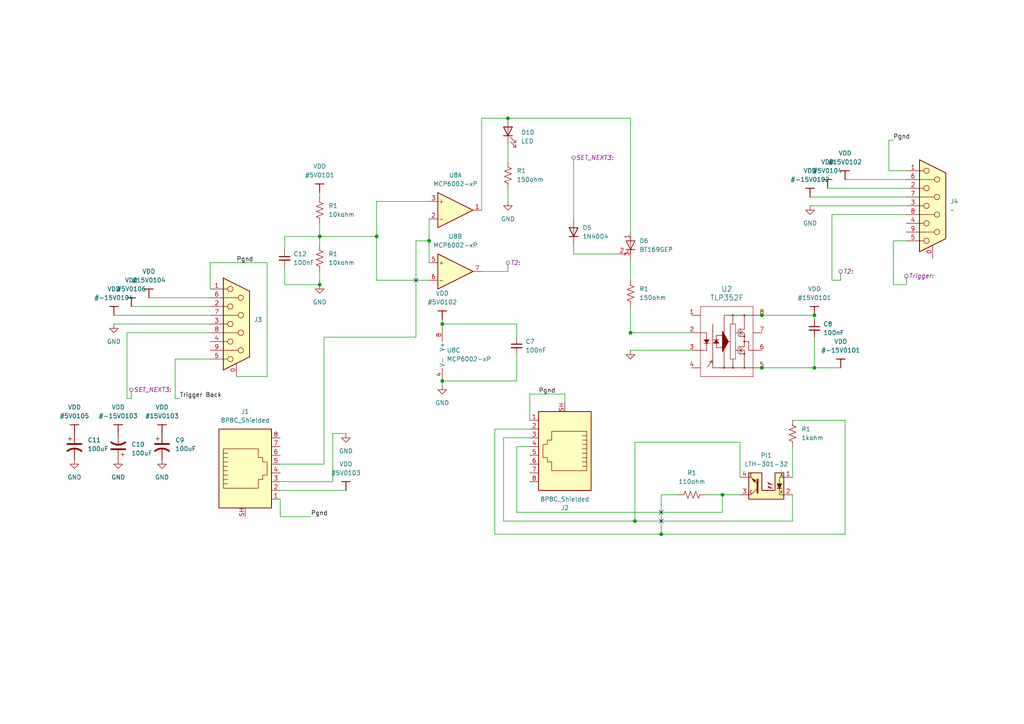
<source format=kicad_sch>
(kicad_sch (version 20230121) (generator eeschema)

  (uuid c0e7f6f9-bbe2-464d-aa7c-096502d946c6)

  (paper "A4")

  (lib_symbols
    (symbol "Adafruit_0.56_7-Segment_QT-altium-import:VDD" (power) (in_bom yes) (on_board yes)
      (property "Reference" "#PWR" (at 0 0 0)
        (effects (font (size 1.27 1.27)))
      )
      (property "Value" "VDD" (at 0 3.81 0)
        (effects (font (size 1.27 1.27)))
      )
      (property "Footprint" "" (at 0 0 0)
        (effects (font (size 1.27 1.27)) hide)
      )
      (property "Datasheet" "" (at 0 0 0)
        (effects (font (size 1.27 1.27)) hide)
      )
      (property "ki_keywords" "power-flag" (at 0 0 0)
        (effects (font (size 1.27 1.27)) hide)
      )
      (property "ki_description" "Power symbol creates a global label with name 'VDD'" (at 0 0 0)
        (effects (font (size 1.27 1.27)) hide)
      )
      (symbol "VDD_0_0"
        (polyline
          (pts
            (xy -1.27 -2.54)
            (xy 1.27 -2.54)
          )
          (stroke (width 0.254) (type solid))
          (fill (type none))
        )
        (polyline
          (pts
            (xy 0 0)
            (xy 0 -2.54)
          )
          (stroke (width 0.254) (type solid))
          (fill (type none))
        )
        (pin power_in line (at 0 0 0) (length 0) hide
          (name "VDD" (effects (font (size 1.27 1.27))))
          (number "" (effects (font (size 1.27 1.27))))
        )
      )
    )
    (symbol "Amplifier_Operational:MCP6002-xP" (pin_names (offset 0.127)) (in_bom yes) (on_board yes)
      (property "Reference" "U" (at 0 5.08 0)
        (effects (font (size 1.27 1.27)) (justify left))
      )
      (property "Value" "MCP6002-xP" (at 0 -5.08 0)
        (effects (font (size 1.27 1.27)) (justify left))
      )
      (property "Footprint" "" (at 0 0 0)
        (effects (font (size 1.27 1.27)) hide)
      )
      (property "Datasheet" "http://ww1.microchip.com/downloads/en/DeviceDoc/21733j.pdf" (at 0 0 0)
        (effects (font (size 1.27 1.27)) hide)
      )
      (property "ki_locked" "" (at 0 0 0)
        (effects (font (size 1.27 1.27)))
      )
      (property "ki_keywords" "dual opamp" (at 0 0 0)
        (effects (font (size 1.27 1.27)) hide)
      )
      (property "ki_description" "1MHz, Low-Power Op Amp, DIP-8" (at 0 0 0)
        (effects (font (size 1.27 1.27)) hide)
      )
      (property "ki_fp_filters" "SOIC*3.9x4.9mm*P1.27mm* DIP*W7.62mm* TO*99* OnSemi*Micro8* TSSOP*3x3mm*P0.65mm* TSSOP*4.4x3mm*P0.65mm* MSOP*3x3mm*P0.65mm* SSOP*3.9x4.9mm*P0.635mm* LFCSP*2x2mm*P0.5mm* *SIP* SOIC*5.3x6.2mm*P1.27mm*" (at 0 0 0)
        (effects (font (size 1.27 1.27)) hide)
      )
      (symbol "MCP6002-xP_1_1"
        (polyline
          (pts
            (xy -5.08 5.08)
            (xy 5.08 0)
            (xy -5.08 -5.08)
            (xy -5.08 5.08)
          )
          (stroke (width 0.254) (type default))
          (fill (type background))
        )
        (pin output line (at 7.62 0 180) (length 2.54)
          (name "~" (effects (font (size 1.27 1.27))))
          (number "1" (effects (font (size 1.27 1.27))))
        )
        (pin input line (at -7.62 -2.54 0) (length 2.54)
          (name "-" (effects (font (size 1.27 1.27))))
          (number "2" (effects (font (size 1.27 1.27))))
        )
        (pin input line (at -7.62 2.54 0) (length 2.54)
          (name "+" (effects (font (size 1.27 1.27))))
          (number "3" (effects (font (size 1.27 1.27))))
        )
      )
      (symbol "MCP6002-xP_2_1"
        (polyline
          (pts
            (xy -5.08 5.08)
            (xy 5.08 0)
            (xy -5.08 -5.08)
            (xy -5.08 5.08)
          )
          (stroke (width 0.254) (type default))
          (fill (type background))
        )
        (pin input line (at -7.62 2.54 0) (length 2.54)
          (name "+" (effects (font (size 1.27 1.27))))
          (number "5" (effects (font (size 1.27 1.27))))
        )
        (pin input line (at -7.62 -2.54 0) (length 2.54)
          (name "-" (effects (font (size 1.27 1.27))))
          (number "6" (effects (font (size 1.27 1.27))))
        )
        (pin output line (at 7.62 0 180) (length 2.54)
          (name "~" (effects (font (size 1.27 1.27))))
          (number "7" (effects (font (size 1.27 1.27))))
        )
      )
      (symbol "MCP6002-xP_3_1"
        (pin power_in line (at -2.54 -7.62 90) (length 3.81)
          (name "V-" (effects (font (size 1.27 1.27))))
          (number "4" (effects (font (size 1.27 1.27))))
        )
        (pin power_in line (at -2.54 7.62 270) (length 3.81)
          (name "V+" (effects (font (size 1.27 1.27))))
          (number "8" (effects (font (size 1.27 1.27))))
        )
      )
    )
    (symbol "Connector:8P8C_Shielded" (pin_names (offset 1.016)) (in_bom yes) (on_board yes)
      (property "Reference" "J" (at -5.08 13.97 0)
        (effects (font (size 1.27 1.27)) (justify right))
      )
      (property "Value" "8P8C_Shielded" (at 2.54 13.97 0)
        (effects (font (size 1.27 1.27)) (justify left))
      )
      (property "Footprint" "" (at 0 0.635 90)
        (effects (font (size 1.27 1.27)) hide)
      )
      (property "Datasheet" "~" (at 0 0.635 90)
        (effects (font (size 1.27 1.27)) hide)
      )
      (property "ki_keywords" "8P8C RJ socket connector" (at 0 0 0)
        (effects (font (size 1.27 1.27)) hide)
      )
      (property "ki_description" "RJ connector, 8P8C (8 positions 8 connected), RJ31/RJ32/RJ33/RJ34/RJ35/RJ41/RJ45/RJ49/RJ61, Shielded" (at 0 0 0)
        (effects (font (size 1.27 1.27)) hide)
      )
      (property "ki_fp_filters" "8P8C* RJ31* RJ32* RJ33* RJ34* RJ35* RJ41* RJ45* RJ49* RJ61*" (at 0 0 0)
        (effects (font (size 1.27 1.27)) hide)
      )
      (symbol "8P8C_Shielded_0_1"
        (polyline
          (pts
            (xy -5.08 4.445)
            (xy -6.35 4.445)
          )
          (stroke (width 0) (type default))
          (fill (type none))
        )
        (polyline
          (pts
            (xy -5.08 5.715)
            (xy -6.35 5.715)
          )
          (stroke (width 0) (type default))
          (fill (type none))
        )
        (polyline
          (pts
            (xy -6.35 -3.175)
            (xy -5.08 -3.175)
            (xy -5.08 -3.175)
          )
          (stroke (width 0) (type default))
          (fill (type none))
        )
        (polyline
          (pts
            (xy -6.35 -1.905)
            (xy -5.08 -1.905)
            (xy -5.08 -1.905)
          )
          (stroke (width 0) (type default))
          (fill (type none))
        )
        (polyline
          (pts
            (xy -6.35 -0.635)
            (xy -5.08 -0.635)
            (xy -5.08 -0.635)
          )
          (stroke (width 0) (type default))
          (fill (type none))
        )
        (polyline
          (pts
            (xy -6.35 0.635)
            (xy -5.08 0.635)
            (xy -5.08 0.635)
          )
          (stroke (width 0) (type default))
          (fill (type none))
        )
        (polyline
          (pts
            (xy -6.35 1.905)
            (xy -5.08 1.905)
            (xy -5.08 1.905)
          )
          (stroke (width 0) (type default))
          (fill (type none))
        )
        (polyline
          (pts
            (xy -5.08 3.175)
            (xy -6.35 3.175)
            (xy -6.35 3.175)
          )
          (stroke (width 0) (type default))
          (fill (type none))
        )
        (polyline
          (pts
            (xy -6.35 -4.445)
            (xy -6.35 6.985)
            (xy 3.81 6.985)
            (xy 3.81 4.445)
            (xy 5.08 4.445)
            (xy 5.08 3.175)
            (xy 6.35 3.175)
            (xy 6.35 -0.635)
            (xy 5.08 -0.635)
            (xy 5.08 -1.905)
            (xy 3.81 -1.905)
            (xy 3.81 -4.445)
            (xy -6.35 -4.445)
            (xy -6.35 -4.445)
          )
          (stroke (width 0) (type default))
          (fill (type none))
        )
        (rectangle (start 7.62 12.7) (end -7.62 -10.16)
          (stroke (width 0.254) (type default))
          (fill (type background))
        )
      )
      (symbol "8P8C_Shielded_1_1"
        (pin passive line (at 10.16 -7.62 180) (length 2.54)
          (name "~" (effects (font (size 1.27 1.27))))
          (number "1" (effects (font (size 1.27 1.27))))
        )
        (pin passive line (at 10.16 -5.08 180) (length 2.54)
          (name "~" (effects (font (size 1.27 1.27))))
          (number "2" (effects (font (size 1.27 1.27))))
        )
        (pin passive line (at 10.16 -2.54 180) (length 2.54)
          (name "~" (effects (font (size 1.27 1.27))))
          (number "3" (effects (font (size 1.27 1.27))))
        )
        (pin passive line (at 10.16 0 180) (length 2.54)
          (name "~" (effects (font (size 1.27 1.27))))
          (number "4" (effects (font (size 1.27 1.27))))
        )
        (pin passive line (at 10.16 2.54 180) (length 2.54)
          (name "~" (effects (font (size 1.27 1.27))))
          (number "5" (effects (font (size 1.27 1.27))))
        )
        (pin passive line (at 10.16 5.08 180) (length 2.54)
          (name "~" (effects (font (size 1.27 1.27))))
          (number "6" (effects (font (size 1.27 1.27))))
        )
        (pin passive line (at 10.16 7.62 180) (length 2.54)
          (name "~" (effects (font (size 1.27 1.27))))
          (number "7" (effects (font (size 1.27 1.27))))
        )
        (pin passive line (at 10.16 10.16 180) (length 2.54)
          (name "~" (effects (font (size 1.27 1.27))))
          (number "8" (effects (font (size 1.27 1.27))))
        )
        (pin passive line (at 0 -12.7 90) (length 2.54)
          (name "~" (effects (font (size 1.27 1.27))))
          (number "SH" (effects (font (size 1.27 1.27))))
        )
      )
    )
    (symbol "Connector:DE9_Receptacle_MountingHoles" (pin_names (offset 1.016) hide) (in_bom yes) (on_board yes)
      (property "Reference" "J" (at 0 16.51 0)
        (effects (font (size 1.27 1.27)))
      )
      (property "Value" "DE9_Receptacle_MountingHoles" (at 0 14.605 0)
        (effects (font (size 1.27 1.27)))
      )
      (property "Footprint" "" (at 0 0 0)
        (effects (font (size 1.27 1.27)) hide)
      )
      (property "Datasheet" " ~" (at 0 0 0)
        (effects (font (size 1.27 1.27)) hide)
      )
      (property "ki_keywords" "connector receptacle female D-SUB DB9" (at 0 0 0)
        (effects (font (size 1.27 1.27)) hide)
      )
      (property "ki_description" "9-pin female receptacle socket D-SUB connector, Mounting Hole" (at 0 0 0)
        (effects (font (size 1.27 1.27)) hide)
      )
      (property "ki_fp_filters" "DSUB*Female*" (at 0 0 0)
        (effects (font (size 1.27 1.27)) hide)
      )
      (symbol "DE9_Receptacle_MountingHoles_0_1"
        (circle (center -1.778 -10.16) (radius 0.762)
          (stroke (width 0) (type default))
          (fill (type none))
        )
        (circle (center -1.778 -5.08) (radius 0.762)
          (stroke (width 0) (type default))
          (fill (type none))
        )
        (circle (center -1.778 0) (radius 0.762)
          (stroke (width 0) (type default))
          (fill (type none))
        )
        (circle (center -1.778 5.08) (radius 0.762)
          (stroke (width 0) (type default))
          (fill (type none))
        )
        (circle (center -1.778 10.16) (radius 0.762)
          (stroke (width 0) (type default))
          (fill (type none))
        )
        (polyline
          (pts
            (xy -3.81 -10.16)
            (xy -2.54 -10.16)
          )
          (stroke (width 0) (type default))
          (fill (type none))
        )
        (polyline
          (pts
            (xy -3.81 -7.62)
            (xy 0.508 -7.62)
          )
          (stroke (width 0) (type default))
          (fill (type none))
        )
        (polyline
          (pts
            (xy -3.81 -5.08)
            (xy -2.54 -5.08)
          )
          (stroke (width 0) (type default))
          (fill (type none))
        )
        (polyline
          (pts
            (xy -3.81 -2.54)
            (xy 0.508 -2.54)
          )
          (stroke (width 0) (type default))
          (fill (type none))
        )
        (polyline
          (pts
            (xy -3.81 0)
            (xy -2.54 0)
          )
          (stroke (width 0) (type default))
          (fill (type none))
        )
        (polyline
          (pts
            (xy -3.81 2.54)
            (xy 0.508 2.54)
          )
          (stroke (width 0) (type default))
          (fill (type none))
        )
        (polyline
          (pts
            (xy -3.81 5.08)
            (xy -2.54 5.08)
          )
          (stroke (width 0) (type default))
          (fill (type none))
        )
        (polyline
          (pts
            (xy -3.81 7.62)
            (xy 0.508 7.62)
          )
          (stroke (width 0) (type default))
          (fill (type none))
        )
        (polyline
          (pts
            (xy -3.81 10.16)
            (xy -2.54 10.16)
          )
          (stroke (width 0) (type default))
          (fill (type none))
        )
        (polyline
          (pts
            (xy -3.81 13.335)
            (xy -3.81 -13.335)
            (xy 3.81 -9.525)
            (xy 3.81 9.525)
            (xy -3.81 13.335)
          )
          (stroke (width 0.254) (type default))
          (fill (type background))
        )
        (circle (center 1.27 -7.62) (radius 0.762)
          (stroke (width 0) (type default))
          (fill (type none))
        )
        (circle (center 1.27 -2.54) (radius 0.762)
          (stroke (width 0) (type default))
          (fill (type none))
        )
        (circle (center 1.27 2.54) (radius 0.762)
          (stroke (width 0) (type default))
          (fill (type none))
        )
        (circle (center 1.27 7.62) (radius 0.762)
          (stroke (width 0) (type default))
          (fill (type none))
        )
      )
      (symbol "DE9_Receptacle_MountingHoles_1_1"
        (pin passive line (at 0 -15.24 90) (length 3.81)
          (name "PAD" (effects (font (size 1.27 1.27))))
          (number "0" (effects (font (size 1.27 1.27))))
        )
        (pin passive line (at -7.62 10.16 0) (length 3.81)
          (name "1" (effects (font (size 1.27 1.27))))
          (number "1" (effects (font (size 1.27 1.27))))
        )
        (pin passive line (at -7.62 5.08 0) (length 3.81)
          (name "2" (effects (font (size 1.27 1.27))))
          (number "2" (effects (font (size 1.27 1.27))))
        )
        (pin passive line (at -7.62 0 0) (length 3.81)
          (name "3" (effects (font (size 1.27 1.27))))
          (number "3" (effects (font (size 1.27 1.27))))
        )
        (pin passive line (at -7.62 -5.08 0) (length 3.81)
          (name "4" (effects (font (size 1.27 1.27))))
          (number "4" (effects (font (size 1.27 1.27))))
        )
        (pin passive line (at -7.62 -10.16 0) (length 3.81)
          (name "5" (effects (font (size 1.27 1.27))))
          (number "5" (effects (font (size 1.27 1.27))))
        )
        (pin passive line (at -7.62 7.62 0) (length 3.81)
          (name "6" (effects (font (size 1.27 1.27))))
          (number "6" (effects (font (size 1.27 1.27))))
        )
        (pin passive line (at -7.62 2.54 0) (length 3.81)
          (name "7" (effects (font (size 1.27 1.27))))
          (number "7" (effects (font (size 1.27 1.27))))
        )
        (pin passive line (at -7.62 -2.54 0) (length 3.81)
          (name "8" (effects (font (size 1.27 1.27))))
          (number "8" (effects (font (size 1.27 1.27))))
        )
        (pin passive line (at -7.62 -7.62 0) (length 3.81)
          (name "9" (effects (font (size 1.27 1.27))))
          (number "9" (effects (font (size 1.27 1.27))))
        )
      )
    )
    (symbol "Device:C_Polarized_US" (pin_numbers hide) (pin_names (offset 0.254) hide) (in_bom yes) (on_board yes)
      (property "Reference" "C" (at 0.635 2.54 0)
        (effects (font (size 1.27 1.27)) (justify left))
      )
      (property "Value" "C_Polarized_US" (at 0.635 -2.54 0)
        (effects (font (size 1.27 1.27)) (justify left))
      )
      (property "Footprint" "" (at 0 0 0)
        (effects (font (size 1.27 1.27)) hide)
      )
      (property "Datasheet" "~" (at 0 0 0)
        (effects (font (size 1.27 1.27)) hide)
      )
      (property "ki_keywords" "cap capacitor" (at 0 0 0)
        (effects (font (size 1.27 1.27)) hide)
      )
      (property "ki_description" "Polarized capacitor, US symbol" (at 0 0 0)
        (effects (font (size 1.27 1.27)) hide)
      )
      (property "ki_fp_filters" "CP_*" (at 0 0 0)
        (effects (font (size 1.27 1.27)) hide)
      )
      (symbol "C_Polarized_US_0_1"
        (polyline
          (pts
            (xy -2.032 0.762)
            (xy 2.032 0.762)
          )
          (stroke (width 0.508) (type default))
          (fill (type none))
        )
        (polyline
          (pts
            (xy -1.778 2.286)
            (xy -0.762 2.286)
          )
          (stroke (width 0) (type default))
          (fill (type none))
        )
        (polyline
          (pts
            (xy -1.27 1.778)
            (xy -1.27 2.794)
          )
          (stroke (width 0) (type default))
          (fill (type none))
        )
        (arc (start 2.032 -1.27) (mid 0 -0.5572) (end -2.032 -1.27)
          (stroke (width 0.508) (type default))
          (fill (type none))
        )
      )
      (symbol "C_Polarized_US_1_1"
        (pin passive line (at 0 3.81 270) (length 2.794)
          (name "~" (effects (font (size 1.27 1.27))))
          (number "1" (effects (font (size 1.27 1.27))))
        )
        (pin passive line (at 0 -3.81 90) (length 3.302)
          (name "~" (effects (font (size 1.27 1.27))))
          (number "2" (effects (font (size 1.27 1.27))))
        )
      )
    )
    (symbol "Device:C_Small" (pin_numbers hide) (pin_names (offset 0.254) hide) (in_bom yes) (on_board yes)
      (property "Reference" "C" (at 0.254 1.778 0)
        (effects (font (size 1.27 1.27)) (justify left))
      )
      (property "Value" "C_Small" (at 0.254 -2.032 0)
        (effects (font (size 1.27 1.27)) (justify left))
      )
      (property "Footprint" "" (at 0 0 0)
        (effects (font (size 1.27 1.27)) hide)
      )
      (property "Datasheet" "~" (at 0 0 0)
        (effects (font (size 1.27 1.27)) hide)
      )
      (property "ki_keywords" "capacitor cap" (at 0 0 0)
        (effects (font (size 1.27 1.27)) hide)
      )
      (property "ki_description" "Unpolarized capacitor, small symbol" (at 0 0 0)
        (effects (font (size 1.27 1.27)) hide)
      )
      (property "ki_fp_filters" "C_*" (at 0 0 0)
        (effects (font (size 1.27 1.27)) hide)
      )
      (symbol "C_Small_0_1"
        (polyline
          (pts
            (xy -1.524 -0.508)
            (xy 1.524 -0.508)
          )
          (stroke (width 0.3302) (type default))
          (fill (type none))
        )
        (polyline
          (pts
            (xy -1.524 0.508)
            (xy 1.524 0.508)
          )
          (stroke (width 0.3048) (type default))
          (fill (type none))
        )
      )
      (symbol "C_Small_1_1"
        (pin passive line (at 0 2.54 270) (length 2.032)
          (name "~" (effects (font (size 1.27 1.27))))
          (number "1" (effects (font (size 1.27 1.27))))
        )
        (pin passive line (at 0 -2.54 90) (length 2.032)
          (name "~" (effects (font (size 1.27 1.27))))
          (number "2" (effects (font (size 1.27 1.27))))
        )
      )
    )
    (symbol "Device:LED" (pin_numbers hide) (pin_names (offset 1.016) hide) (in_bom yes) (on_board yes)
      (property "Reference" "D" (at 0 2.54 0)
        (effects (font (size 1.27 1.27)))
      )
      (property "Value" "LED" (at 0 -2.54 0)
        (effects (font (size 1.27 1.27)))
      )
      (property "Footprint" "" (at 0 0 0)
        (effects (font (size 1.27 1.27)) hide)
      )
      (property "Datasheet" "~" (at 0 0 0)
        (effects (font (size 1.27 1.27)) hide)
      )
      (property "ki_keywords" "LED diode" (at 0 0 0)
        (effects (font (size 1.27 1.27)) hide)
      )
      (property "ki_description" "Light emitting diode" (at 0 0 0)
        (effects (font (size 1.27 1.27)) hide)
      )
      (property "ki_fp_filters" "LED* LED_SMD:* LED_THT:*" (at 0 0 0)
        (effects (font (size 1.27 1.27)) hide)
      )
      (symbol "LED_0_1"
        (polyline
          (pts
            (xy -1.27 -1.27)
            (xy -1.27 1.27)
          )
          (stroke (width 0.254) (type default))
          (fill (type none))
        )
        (polyline
          (pts
            (xy -1.27 0)
            (xy 1.27 0)
          )
          (stroke (width 0) (type default))
          (fill (type none))
        )
        (polyline
          (pts
            (xy 1.27 -1.27)
            (xy 1.27 1.27)
            (xy -1.27 0)
            (xy 1.27 -1.27)
          )
          (stroke (width 0.254) (type default))
          (fill (type none))
        )
        (polyline
          (pts
            (xy -3.048 -0.762)
            (xy -4.572 -2.286)
            (xy -3.81 -2.286)
            (xy -4.572 -2.286)
            (xy -4.572 -1.524)
          )
          (stroke (width 0) (type default))
          (fill (type none))
        )
        (polyline
          (pts
            (xy -1.778 -0.762)
            (xy -3.302 -2.286)
            (xy -2.54 -2.286)
            (xy -3.302 -2.286)
            (xy -3.302 -1.524)
          )
          (stroke (width 0) (type default))
          (fill (type none))
        )
      )
      (symbol "LED_1_1"
        (pin passive line (at -3.81 0 0) (length 2.54)
          (name "K" (effects (font (size 1.27 1.27))))
          (number "1" (effects (font (size 1.27 1.27))))
        )
        (pin passive line (at 3.81 0 180) (length 2.54)
          (name "A" (effects (font (size 1.27 1.27))))
          (number "2" (effects (font (size 1.27 1.27))))
        )
      )
    )
    (symbol "Device:Q_SCR_AGK" (pin_names (offset 0) hide) (in_bom yes) (on_board yes)
      (property "Reference" "D" (at 1.905 0.635 0)
        (effects (font (size 1.27 1.27)) (justify left))
      )
      (property "Value" "Q_SCR_AGK" (at 1.905 -1.27 0)
        (effects (font (size 1.27 1.27)) (justify left))
      )
      (property "Footprint" "" (at 0 0 90)
        (effects (font (size 1.27 1.27)) hide)
      )
      (property "Datasheet" "~" (at 0 0 90)
        (effects (font (size 1.27 1.27)) hide)
      )
      (property "ki_keywords" "SCR thyristor" (at 0 0 0)
        (effects (font (size 1.27 1.27)) hide)
      )
      (property "ki_description" "Silicon controlled rectifier, anode/gate/cathode" (at 0 0 0)
        (effects (font (size 1.27 1.27)) hide)
      )
      (symbol "Q_SCR_AGK_0_1"
        (polyline
          (pts
            (xy -1.27 -2.54)
            (xy -0.635 -1.27)
          )
          (stroke (width 0) (type default))
          (fill (type none))
        )
        (polyline
          (pts
            (xy -1.27 -1.27)
            (xy 1.27 -1.27)
          )
          (stroke (width 0.2032) (type default))
          (fill (type none))
        )
        (polyline
          (pts
            (xy 0 -2.54)
            (xy 0 2.54)
          )
          (stroke (width 0) (type default))
          (fill (type none))
        )
        (polyline
          (pts
            (xy -1.27 1.27)
            (xy 1.27 1.27)
            (xy 0 -1.27)
            (xy -1.27 1.27)
          )
          (stroke (width 0.2032) (type default))
          (fill (type none))
        )
      )
      (symbol "Q_SCR_AGK_1_1"
        (pin passive line (at 0 3.81 270) (length 2.54)
          (name "A" (effects (font (size 1.27 1.27))))
          (number "1" (effects (font (size 1.27 1.27))))
        )
        (pin input line (at -3.81 -2.54 0) (length 2.54)
          (name "G" (effects (font (size 1.27 1.27))))
          (number "2" (effects (font (size 1.27 1.27))))
        )
        (pin passive line (at 0 -3.81 90) (length 2.54)
          (name "K" (effects (font (size 1.27 1.27))))
          (number "3" (effects (font (size 1.27 1.27))))
        )
      )
    )
    (symbol "Device:R_US" (pin_numbers hide) (pin_names (offset 0)) (in_bom yes) (on_board yes)
      (property "Reference" "R" (at 2.54 0 90)
        (effects (font (size 1.27 1.27)))
      )
      (property "Value" "R_US" (at -2.54 0 90)
        (effects (font (size 1.27 1.27)))
      )
      (property "Footprint" "" (at 1.016 -0.254 90)
        (effects (font (size 1.27 1.27)) hide)
      )
      (property "Datasheet" "~" (at 0 0 0)
        (effects (font (size 1.27 1.27)) hide)
      )
      (property "ki_keywords" "R res resistor" (at 0 0 0)
        (effects (font (size 1.27 1.27)) hide)
      )
      (property "ki_description" "Resistor, US symbol" (at 0 0 0)
        (effects (font (size 1.27 1.27)) hide)
      )
      (property "ki_fp_filters" "R_*" (at 0 0 0)
        (effects (font (size 1.27 1.27)) hide)
      )
      (symbol "R_US_0_1"
        (polyline
          (pts
            (xy 0 -2.286)
            (xy 0 -2.54)
          )
          (stroke (width 0) (type default))
          (fill (type none))
        )
        (polyline
          (pts
            (xy 0 2.286)
            (xy 0 2.54)
          )
          (stroke (width 0) (type default))
          (fill (type none))
        )
        (polyline
          (pts
            (xy 0 -0.762)
            (xy 1.016 -1.143)
            (xy 0 -1.524)
            (xy -1.016 -1.905)
            (xy 0 -2.286)
          )
          (stroke (width 0) (type default))
          (fill (type none))
        )
        (polyline
          (pts
            (xy 0 0.762)
            (xy 1.016 0.381)
            (xy 0 0)
            (xy -1.016 -0.381)
            (xy 0 -0.762)
          )
          (stroke (width 0) (type default))
          (fill (type none))
        )
        (polyline
          (pts
            (xy 0 2.286)
            (xy 1.016 1.905)
            (xy 0 1.524)
            (xy -1.016 1.143)
            (xy 0 0.762)
          )
          (stroke (width 0) (type default))
          (fill (type none))
        )
      )
      (symbol "R_US_1_1"
        (pin passive line (at 0 3.81 270) (length 1.27)
          (name "~" (effects (font (size 1.27 1.27))))
          (number "1" (effects (font (size 1.27 1.27))))
        )
        (pin passive line (at 0 -3.81 90) (length 1.27)
          (name "~" (effects (font (size 1.27 1.27))))
          (number "2" (effects (font (size 1.27 1.27))))
        )
      )
    )
    (symbol "Diode:1N914" (pin_numbers hide) (pin_names hide) (in_bom yes) (on_board yes)
      (property "Reference" "D" (at 0 2.54 0)
        (effects (font (size 1.27 1.27)))
      )
      (property "Value" "1N914" (at 0 -2.54 0)
        (effects (font (size 1.27 1.27)))
      )
      (property "Footprint" "Diode_THT:D_DO-35_SOD27_P7.62mm_Horizontal" (at 0 -4.445 0)
        (effects (font (size 1.27 1.27)) hide)
      )
      (property "Datasheet" "http://www.vishay.com/docs/85622/1n914.pdf" (at 0 0 0)
        (effects (font (size 1.27 1.27)) hide)
      )
      (property "Sim.Device" "D" (at 0 0 0)
        (effects (font (size 1.27 1.27)) hide)
      )
      (property "Sim.Pins" "1=K 2=A" (at 0 0 0)
        (effects (font (size 1.27 1.27)) hide)
      )
      (property "ki_keywords" "diode" (at 0 0 0)
        (effects (font (size 1.27 1.27)) hide)
      )
      (property "ki_description" "100V 0.3A Small Signal Fast Switching Diode, DO-35" (at 0 0 0)
        (effects (font (size 1.27 1.27)) hide)
      )
      (property "ki_fp_filters" "D*DO?35*" (at 0 0 0)
        (effects (font (size 1.27 1.27)) hide)
      )
      (symbol "1N914_0_1"
        (polyline
          (pts
            (xy -1.27 1.27)
            (xy -1.27 -1.27)
          )
          (stroke (width 0.254) (type default))
          (fill (type none))
        )
        (polyline
          (pts
            (xy 1.27 0)
            (xy -1.27 0)
          )
          (stroke (width 0) (type default))
          (fill (type none))
        )
        (polyline
          (pts
            (xy 1.27 1.27)
            (xy 1.27 -1.27)
            (xy -1.27 0)
            (xy 1.27 1.27)
          )
          (stroke (width 0.254) (type default))
          (fill (type none))
        )
      )
      (symbol "1N914_1_1"
        (pin passive line (at -3.81 0 0) (length 2.54)
          (name "K" (effects (font (size 1.27 1.27))))
          (number "1" (effects (font (size 1.27 1.27))))
        )
        (pin passive line (at 3.81 0 180) (length 2.54)
          (name "A" (effects (font (size 1.27 1.27))))
          (number "2" (effects (font (size 1.27 1.27))))
        )
      )
    )
    (symbol "Sensor_Proximity:ITR9608-F" (in_bom yes) (on_board yes)
      (property "Reference" "U" (at -5.08 5.08 0)
        (effects (font (size 1.27 1.27)) (justify left))
      )
      (property "Value" "ITR9608-F" (at 0 -5.08 0)
        (effects (font (size 1.27 1.27)))
      )
      (property "Footprint" "OptoDevice:Everlight_ITR9608-F" (at 0 -6.35 0)
        (effects (font (size 1.27 1.27) italic) hide)
      )
      (property "Datasheet" "https://everlighteurope.com/index.php?controller=attachment&id_attachment=5389" (at -1.27 6.35 0)
        (effects (font (size 1.27 1.27)) hide)
      )
      (property "ki_keywords" "Photointerrupter opto interrupter infrared LED fast response time infrared 940nm 5mm gap" (at 0 0 0)
        (effects (font (size 1.27 1.27)) hide)
      )
      (property "ki_description" "Photointerrupter infrared LED with photo IC, -25 to +85 degree Celsius" (at 0 0 0)
        (effects (font (size 1.27 1.27)) hide)
      )
      (property "ki_fp_filters" "*ITR9608*" (at 0 0 0)
        (effects (font (size 1.27 1.27)) hide)
      )
      (symbol "ITR9608-F_0_0"
        (text "A" (at -4.445 3.175 0)
          (effects (font (size 0.762 0.762)))
        )
        (text "C" (at 4.445 -1.778 0)
          (effects (font (size 0.762 0.762)))
        )
        (text "E" (at 4.445 3.175 0)
          (effects (font (size 0.762 0.762)))
        )
        (text "K" (at -4.445 -1.778 0)
          (effects (font (size 0.762 0.762)))
        )
      )
      (symbol "ITR9608-F_0_1"
        (polyline
          (pts
            (xy -4.445 -0.635)
            (xy -3.175 -0.635)
          )
          (stroke (width 0.254) (type default))
          (fill (type none))
        )
        (polyline
          (pts
            (xy 2.54 -0.635)
            (xy 4.445 -2.54)
          )
          (stroke (width 0) (type default))
          (fill (type none))
        )
        (polyline
          (pts
            (xy 4.445 -2.54)
            (xy 5.08 -2.54)
          )
          (stroke (width 0) (type default))
          (fill (type none))
        )
        (polyline
          (pts
            (xy 4.445 2.54)
            (xy 2.54 0.635)
          )
          (stroke (width 0) (type default))
          (fill (type outline))
        )
        (polyline
          (pts
            (xy 4.445 2.54)
            (xy 5.08 2.54)
          )
          (stroke (width 0) (type default))
          (fill (type none))
        )
        (polyline
          (pts
            (xy -5.08 -2.54)
            (xy -3.81 -2.54)
            (xy -3.81 -0.635)
          )
          (stroke (width 0) (type default))
          (fill (type none))
        )
        (polyline
          (pts
            (xy -5.08 2.54)
            (xy -3.81 2.54)
            (xy -3.81 0.635)
          )
          (stroke (width 0) (type default))
          (fill (type none))
        )
        (polyline
          (pts
            (xy 2.54 -1.905)
            (xy 2.54 1.905)
            (xy 2.54 1.905)
          )
          (stroke (width 0.508) (type default))
          (fill (type none))
        )
        (polyline
          (pts
            (xy -3.81 -0.635)
            (xy -4.445 0.635)
            (xy -3.175 0.635)
            (xy -3.81 -0.635)
          )
          (stroke (width 0.254) (type default))
          (fill (type outline))
        )
        (polyline
          (pts
            (xy -1.778 0.254)
            (xy -1.2446 0.762)
            (xy -1.2446 0.254)
            (xy -0.4826 1.016)
          )
          (stroke (width 0) (type default))
          (fill (type none))
        )
        (polyline
          (pts
            (xy -0.4826 1.016)
            (xy -0.9906 0.762)
            (xy -0.7366 0.508)
            (xy -0.4826 1.016)
          )
          (stroke (width 0) (type default))
          (fill (type none))
        )
        (polyline
          (pts
            (xy 3.048 1.651)
            (xy 3.556 1.143)
            (xy 4.064 2.159)
            (xy 3.048 1.651)
            (xy 3.048 1.651)
          )
          (stroke (width 0) (type default))
          (fill (type outline))
        )
        (polyline
          (pts
            (xy -1.778 -0.762)
            (xy -1.2446 -0.254)
            (xy -1.2446 -0.762)
            (xy -0.4826 0)
            (xy -0.9906 -0.254)
            (xy -0.7366 -0.508)
            (xy -0.4826 0)
          )
          (stroke (width 0) (type default))
          (fill (type none))
        )
        (polyline
          (pts
            (xy -5.08 3.81)
            (xy -5.08 -3.81)
            (xy 5.08 -3.81)
            (xy 5.08 3.81)
            (xy 1.27 3.81)
            (xy 1.27 -1.27)
            (xy -2.54 -1.27)
            (xy -2.54 3.81)
            (xy -5.08 3.81)
          )
          (stroke (width 0.254) (type default))
          (fill (type background))
        )
      )
      (symbol "ITR9608-F_1_1"
        (pin passive line (at -7.62 2.54 0) (length 2.54)
          (name "~" (effects (font (size 1.27 1.27))))
          (number "1" (effects (font (size 1.27 1.27))))
        )
        (pin passive line (at -7.62 -2.54 0) (length 2.54)
          (name "~" (effects (font (size 1.27 1.27))))
          (number "2" (effects (font (size 1.27 1.27))))
        )
        (pin open_collector line (at 7.62 -2.54 180) (length 2.54)
          (name "~" (effects (font (size 1.27 1.27))))
          (number "3" (effects (font (size 1.27 1.27))))
        )
        (pin open_emitter line (at 7.62 2.54 180) (length 2.54)
          (name "~" (effects (font (size 1.27 1.27))))
          (number "4" (effects (font (size 1.27 1.27))))
        )
      )
    )
    (symbol "TLP532(F):TLP352F" (pin_names (offset 0.254)) (in_bom yes) (on_board yes)
      (property "Reference" "U3" (at 7.62 5.08 0)
        (effects (font (size 1.524 1.524)))
      )
      (property "Value" "TLP352F" (at 7.62 2.54 0)
        (effects (font (size 1.524 1.524)))
      )
      (property "Footprint" "DIP8_TOS" (at -2.54 5.08 0)
        (effects (font (size 1.27 1.27) italic) hide)
      )
      (property "Datasheet" "TLP352F" (at -2.54 2.54 0)
        (effects (font (size 1.27 1.27) italic) hide)
      )
      (property "ki_locked" "" (at 0 0 0)
        (effects (font (size 1.27 1.27)))
      )
      (property "ki_keywords" "TLP352(F)" (at 0 0 0)
        (effects (font (size 1.27 1.27)) hide)
      )
      (property "ki_fp_filters" "DIP8_TOS" (at 0 0 0)
        (effects (font (size 1.27 1.27)) hide)
      )
      (symbol "TLP352F_0_1"
        (polyline
          (pts
            (xy -2.54 -17.78)
            (xy 0 -17.78)
          )
          (stroke (width 0) (type default))
          (fill (type none))
        )
        (polyline
          (pts
            (xy -2.54 -12.7)
            (xy 0 -12.7)
          )
          (stroke (width 0) (type default))
          (fill (type none))
        )
        (polyline
          (pts
            (xy -2.54 -7.62)
            (xy 0 -7.62)
          )
          (stroke (width 0) (type default))
          (fill (type none))
        )
        (polyline
          (pts
            (xy -2.54 -2.54)
            (xy 0 -2.54)
          )
          (stroke (width 0) (type default))
          (fill (type none))
        )
        (polyline
          (pts
            (xy 0 -20.32)
            (xy 0 0)
          )
          (stroke (width 0.127) (type default))
          (fill (type none))
        )
        (polyline
          (pts
            (xy 0 0)
            (xy 15.24 0)
          )
          (stroke (width 0.127) (type default))
          (fill (type none))
        )
        (polyline
          (pts
            (xy 1.016 -10.668)
            (xy 2.54 -10.668)
          )
          (stroke (width 0) (type default))
          (fill (type none))
        )
        (polyline
          (pts
            (xy 1.778 -12.7)
            (xy 0 -12.7)
          )
          (stroke (width 0) (type default))
          (fill (type none))
        )
        (polyline
          (pts
            (xy 1.778 -12.7)
            (xy 1.778 -10.668)
          )
          (stroke (width 0) (type default))
          (fill (type none))
        )
        (polyline
          (pts
            (xy 1.778 -7.62)
            (xy 0 -7.62)
          )
          (stroke (width 0) (type default))
          (fill (type none))
        )
        (polyline
          (pts
            (xy 1.778 -7.62)
            (xy 1.778 -9.652)
          )
          (stroke (width 0) (type default))
          (fill (type none))
        )
        (polyline
          (pts
            (xy 2.54 -16.002)
            (xy 3.302 -15.748)
          )
          (stroke (width 0) (type default))
          (fill (type none))
        )
        (polyline
          (pts
            (xy 3.302 -16.51)
            (xy 3.302 -15.748)
          )
          (stroke (width 0) (type default))
          (fill (type none))
        )
        (polyline
          (pts
            (xy 3.302 -15.748)
            (xy 2.032 -17.526)
          )
          (stroke (width 0) (type default))
          (fill (type none))
        )
        (polyline
          (pts
            (xy 3.556 -17.78)
            (xy 15.24 -17.78)
          )
          (stroke (width 0) (type default))
          (fill (type none))
        )
        (polyline
          (pts
            (xy 3.556 -5.08)
            (xy 3.556 -17.78)
          )
          (stroke (width 0) (type default))
          (fill (type none))
        )
        (polyline
          (pts
            (xy 3.81 -9.652)
            (xy 5.334 -9.652)
          )
          (stroke (width 0) (type default))
          (fill (type none))
        )
        (polyline
          (pts
            (xy 4.572 -11.938)
            (xy 6.35 -11.938)
          )
          (stroke (width 0) (type default))
          (fill (type none))
        )
        (polyline
          (pts
            (xy 4.572 -10.668)
            (xy 4.572 -11.938)
          )
          (stroke (width 0) (type default))
          (fill (type none))
        )
        (polyline
          (pts
            (xy 4.572 -9.652)
            (xy 4.572 -8.382)
          )
          (stroke (width 0) (type default))
          (fill (type none))
        )
        (polyline
          (pts
            (xy 4.572 -8.382)
            (xy 6.35 -8.382)
          )
          (stroke (width 0) (type default))
          (fill (type none))
        )
        (polyline
          (pts
            (xy 6.858 -17.78)
            (xy 6.858 -12.192)
          )
          (stroke (width 0) (type default))
          (fill (type none))
        )
        (polyline
          (pts
            (xy 6.858 -2.54)
            (xy 6.858 -8.128)
          )
          (stroke (width 0) (type default))
          (fill (type none))
        )
        (polyline
          (pts
            (xy 6.858 -2.54)
            (xy 15.24 -2.54)
          )
          (stroke (width 0) (type default))
          (fill (type none))
        )
        (polyline
          (pts
            (xy 8.128 -10.16)
            (xy 8.636 -10.16)
          )
          (stroke (width 0) (type default))
          (fill (type none))
        )
        (polyline
          (pts
            (xy 8.636 -15.24)
            (xy 8.636 -5.08)
          )
          (stroke (width 0.127) (type default))
          (fill (type none))
        )
        (polyline
          (pts
            (xy 8.636 -5.08)
            (xy 10.16 -5.08)
          )
          (stroke (width 0.127) (type default))
          (fill (type none))
        )
        (polyline
          (pts
            (xy 9.398 -15.24)
            (xy 9.398 -17.78)
          )
          (stroke (width 0) (type default))
          (fill (type none))
        )
        (polyline
          (pts
            (xy 9.398 -5.08)
            (xy 9.398 -2.54)
          )
          (stroke (width 0) (type default))
          (fill (type none))
        )
        (polyline
          (pts
            (xy 10.16 -15.24)
            (xy 8.636 -15.24)
          )
          (stroke (width 0.127) (type default))
          (fill (type none))
        )
        (polyline
          (pts
            (xy 10.16 -12.7)
            (xy 10.922 -12.7)
          )
          (stroke (width 0) (type default))
          (fill (type none))
        )
        (polyline
          (pts
            (xy 10.16 -7.62)
            (xy 10.922 -7.62)
          )
          (stroke (width 0) (type default))
          (fill (type none))
        )
        (polyline
          (pts
            (xy 10.16 -5.08)
            (xy 10.16 -15.24)
          )
          (stroke (width 0.127) (type default))
          (fill (type none))
        )
        (polyline
          (pts
            (xy 10.922 -11.684)
            (xy 10.922 -13.716)
          )
          (stroke (width 0) (type default))
          (fill (type none))
        )
        (polyline
          (pts
            (xy 10.922 -6.604)
            (xy 10.922 -8.636)
          )
          (stroke (width 0) (type default))
          (fill (type none))
        )
        (polyline
          (pts
            (xy 11.43 -13.716)
            (xy 12.7 -13.716)
          )
          (stroke (width 0) (type default))
          (fill (type none))
        )
        (polyline
          (pts
            (xy 11.43 -12.7)
            (xy 12.192 -13.208)
          )
          (stroke (width 0) (type default))
          (fill (type none))
        )
        (polyline
          (pts
            (xy 11.43 -12.7)
            (xy 12.192 -12.192)
          )
          (stroke (width 0) (type default))
          (fill (type none))
        )
        (polyline
          (pts
            (xy 11.43 -12.7)
            (xy 12.7 -12.7)
          )
          (stroke (width 0) (type default))
          (fill (type none))
        )
        (polyline
          (pts
            (xy 11.43 -11.684)
            (xy 12.7 -11.684)
          )
          (stroke (width 0) (type default))
          (fill (type none))
        )
        (polyline
          (pts
            (xy 11.43 -11.43)
            (xy 11.43 -13.97)
          )
          (stroke (width 0) (type default))
          (fill (type none))
        )
        (polyline
          (pts
            (xy 11.43 -8.636)
            (xy 12.7 -8.636)
          )
          (stroke (width 0) (type default))
          (fill (type none))
        )
        (polyline
          (pts
            (xy 11.43 -7.62)
            (xy 12.192 -8.128)
          )
          (stroke (width 0) (type default))
          (fill (type none))
        )
        (polyline
          (pts
            (xy 11.43 -7.62)
            (xy 12.192 -7.112)
          )
          (stroke (width 0) (type default))
          (fill (type none))
        )
        (polyline
          (pts
            (xy 11.43 -7.62)
            (xy 12.7 -7.62)
          )
          (stroke (width 0) (type default))
          (fill (type none))
        )
        (polyline
          (pts
            (xy 11.43 -6.604)
            (xy 12.7 -6.604)
          )
          (stroke (width 0) (type default))
          (fill (type none))
        )
        (polyline
          (pts
            (xy 11.43 -6.35)
            (xy 11.43 -8.89)
          )
          (stroke (width 0) (type default))
          (fill (type none))
        )
        (polyline
          (pts
            (xy 12.7 -12.7)
            (xy 12.7 -17.78)
          )
          (stroke (width 0) (type default))
          (fill (type none))
        )
        (polyline
          (pts
            (xy 12.7 -10.16)
            (xy 13.97 -10.16)
          )
          (stroke (width 0) (type default))
          (fill (type none))
        )
        (polyline
          (pts
            (xy 12.7 -7.62)
            (xy 12.7 -11.684)
          )
          (stroke (width 0) (type default))
          (fill (type none))
        )
        (polyline
          (pts
            (xy 12.7 -6.604)
            (xy 12.7 -2.54)
          )
          (stroke (width 0) (type default))
          (fill (type none))
        )
        (polyline
          (pts
            (xy 13.97 -12.7)
            (xy 15.24 -12.7)
          )
          (stroke (width 0) (type default))
          (fill (type none))
        )
        (polyline
          (pts
            (xy 13.97 -10.16)
            (xy 13.97 -12.7)
          )
          (stroke (width 0) (type default))
          (fill (type none))
        )
        (polyline
          (pts
            (xy 15.24 -20.32)
            (xy 0 -20.32)
          )
          (stroke (width 0.127) (type default))
          (fill (type none))
        )
        (polyline
          (pts
            (xy 15.24 0)
            (xy 15.24 -20.32)
          )
          (stroke (width 0.127) (type default))
          (fill (type none))
        )
        (polyline
          (pts
            (xy 17.78 -17.78)
            (xy 15.24 -17.78)
          )
          (stroke (width 0) (type default))
          (fill (type none))
        )
        (polyline
          (pts
            (xy 17.78 -12.7)
            (xy 15.24 -12.7)
          )
          (stroke (width 0) (type default))
          (fill (type none))
        )
        (polyline
          (pts
            (xy 17.78 -7.62)
            (xy 15.24 -7.62)
          )
          (stroke (width 0) (type default))
          (fill (type none))
        )
        (polyline
          (pts
            (xy 17.78 -2.54)
            (xy 15.24 -2.54)
          )
          (stroke (width 0) (type default))
          (fill (type none))
        )
        (polyline
          (pts
            (xy 1.016 -9.652)
            (xy 1.016 -9.652)
            (xy 2.54 -9.652)
            (xy 1.778 -10.668)
            (xy 1.016 -9.652)
          )
          (stroke (width 0) (type default))
          (fill (type outline))
        )
        (polyline
          (pts
            (xy 3.81 -10.668)
            (xy 3.81 -10.668)
            (xy 5.334 -10.668)
            (xy 4.572 -9.652)
            (xy 3.81 -10.668)
          )
          (stroke (width 0) (type default))
          (fill (type outline))
        )
        (polyline
          (pts
            (xy 6.35 -7.112)
            (xy 6.35 -7.112)
            (xy 6.35 -13.208)
            (xy 8.128 -10.16)
            (xy 6.35 -7.112)
          )
          (stroke (width 0) (type default))
          (fill (type outline))
        )
        (circle (center 6.858 -17.78) (radius 0.127)
          (stroke (width 0.254) (type default))
          (fill (type none))
        )
        (circle (center 9.398 -17.78) (radius 0.127)
          (stroke (width 0.254) (type default))
          (fill (type none))
        )
        (circle (center 9.398 -2.54) (radius 0.127)
          (stroke (width 0.254) (type default))
          (fill (type none))
        )
        (circle (center 12.7 -17.78) (radius 0.127)
          (stroke (width 0.254) (type default))
          (fill (type none))
        )
        (circle (center 12.7 -13.716) (radius 0.127)
          (stroke (width 0.254) (type default))
          (fill (type none))
        )
        (circle (center 12.7 -10.16) (radius 0.127)
          (stroke (width 0.254) (type default))
          (fill (type none))
        )
        (circle (center 12.7 -8.636) (radius 0.127)
          (stroke (width 0.254) (type default))
          (fill (type none))
        )
        (circle (center 12.7 -2.54) (radius 0.127)
          (stroke (width 0.254) (type default))
          (fill (type none))
        )
      )
      (symbol "TLP352F_1_1"
        (pin bidirectional line (at -2.5146 -2.54 180) (length 0.0254)
          (name "" (effects (font (size 1.27 1.27))))
          (number "1" (effects (font (size 1.27 1.27))))
        )
        (pin input line (at -2.5146 -7.62 180) (length 0.0254)
          (name "" (effects (font (size 1.27 1.27))))
          (number "2" (effects (font (size 1.27 1.27))))
        )
        (pin output line (at -2.5146 -12.7 180) (length 0.0254)
          (name "" (effects (font (size 1.27 1.27))))
          (number "3" (effects (font (size 1.27 1.27))))
        )
        (pin bidirectional line (at -2.5146 -17.78 180) (length 0.0254)
          (name "" (effects (font (size 1.27 1.27))))
          (number "4" (effects (font (size 1.27 1.27))))
        )
        (pin input line (at 17.8054 -17.78 180) (length 0.0254)
          (name "" (effects (font (size 1.27 1.27))))
          (number "5" (effects (font (size 1.27 1.27))))
        )
        (pin output line (at 17.8054 -12.7 180) (length 0.0254)
          (name "" (effects (font (size 1.27 1.27))))
          (number "6" (effects (font (size 1.27 1.27))))
        )
        (pin bidirectional line (at 17.8054 -7.62 180) (length 0.0254)
          (name "" (effects (font (size 1.27 1.27))))
          (number "7" (effects (font (size 1.27 1.27))))
        )
        (pin input line (at 17.8054 -2.54 180) (length 0.0254)
          (name "" (effects (font (size 1.27 1.27))))
          (number "8" (effects (font (size 1.27 1.27))))
        )
      )
    )
    (symbol "power:GND" (power) (pin_names (offset 0)) (in_bom yes) (on_board yes)
      (property "Reference" "#PWR" (at 0 -6.35 0)
        (effects (font (size 1.27 1.27)) hide)
      )
      (property "Value" "GND" (at 0 -3.81 0)
        (effects (font (size 1.27 1.27)))
      )
      (property "Footprint" "" (at 0 0 0)
        (effects (font (size 1.27 1.27)) hide)
      )
      (property "Datasheet" "" (at 0 0 0)
        (effects (font (size 1.27 1.27)) hide)
      )
      (property "ki_keywords" "global power" (at 0 0 0)
        (effects (font (size 1.27 1.27)) hide)
      )
      (property "ki_description" "Power symbol creates a global label with name \"GND\" , ground" (at 0 0 0)
        (effects (font (size 1.27 1.27)) hide)
      )
      (symbol "GND_0_1"
        (polyline
          (pts
            (xy 0 0)
            (xy 0 -1.27)
            (xy 1.27 -1.27)
            (xy 0 -2.54)
            (xy -1.27 -1.27)
            (xy 0 -1.27)
          )
          (stroke (width 0) (type default))
          (fill (type none))
        )
      )
      (symbol "GND_1_1"
        (pin power_in line (at 0 0 270) (length 0) hide
          (name "GND" (effects (font (size 1.27 1.27))))
          (number "1" (effects (font (size 1.27 1.27))))
        )
      )
    )
  )

  (junction (at 124.46 69.85) (diameter 0) (color 0 0 0 0)
    (uuid 03170715-f12e-41e5-85d3-8a7ea70de809)
  )
  (junction (at 236.22 91.44) (diameter 0) (color 0 0 0 0)
    (uuid 234a8bd4-d736-434c-a682-ab7bcffe2e14)
  )
  (junction (at 128.27 110.49) (diameter 0) (color 0 0 0 0)
    (uuid 3f53c1f1-e52d-477e-a432-04b42149fea5)
  )
  (junction (at 236.22 106.68) (diameter 0) (color 0 0 0 0)
    (uuid 43bf268e-debe-4c01-b868-55faf90931ac)
  )
  (junction (at 92.71 68.58) (diameter 0) (color 0 0 0 0)
    (uuid 4fb0ccf7-de31-43cc-b655-8592485d61b5)
  )
  (junction (at 184.15 151.13) (diameter 0) (color 0 0 0 0)
    (uuid 5360ec5f-79be-400f-a417-26f80d0a92f7)
  )
  (junction (at 109.22 68.58) (diameter 0) (color 0 0 0 0)
    (uuid 5767a86e-3a23-4c70-bd65-ab4734b578c5)
  )
  (junction (at 209.55 143.51) (diameter 0) (color 0 0 0 0)
    (uuid a299a22a-8366-47d8-a3ea-ceba4e7c6eb7)
  )
  (junction (at 92.71 82.55) (diameter 0) (color 0 0 0 0)
    (uuid b0898bac-caf3-43a6-992f-a95c0d2be7a1)
  )
  (junction (at 220.98 106.68) (diameter 0) (color 0 0 0 0)
    (uuid b4ac171c-9815-4639-b13b-b48c1b7d1cf9)
  )
  (junction (at 147.32 34.29) (diameter 0) (color 0 0 0 0)
    (uuid ca473c7b-449e-4c95-8cf4-079866c0019a)
  )
  (junction (at 191.77 154.94) (diameter 0) (color 0 0 0 0)
    (uuid e3d656ee-d24b-4f4a-b1b7-620131d2b34e)
  )
  (junction (at 182.88 96.52) (diameter 0) (color 0 0 0 0)
    (uuid e78a26f8-498f-4782-beb4-dea848dae92d)
  )
  (junction (at 220.98 91.44) (diameter 0) (color 0 0 0 0)
    (uuid eca91664-08a9-40c9-8069-809d2a667890)
  )
  (junction (at 128.27 93.98) (diameter 0) (color 0 0 0 0)
    (uuid edea6429-e101-4017-aa67-75698d203129)
  )

  (no_connect (at 191.77 151.13) (uuid 0850d213-f997-49fb-b101-a97bb6722161))
  (no_connect (at 120.65 81.28) (uuid 11920915-07e9-4474-b5b4-20bee81127af))
  (no_connect (at 191.77 148.59) (uuid d6ec3290-34b5-4d5e-886c-3067a4d38200))

  (wire (pts (xy 60.96 83.82) (xy 60.96 76.2))
    (stroke (width 0) (type default))
    (uuid 0250eed9-ec2a-40e1-9687-1fa37de28a10)
  )
  (wire (pts (xy 220.9546 91.44) (xy 220.98 91.44))
    (stroke (width 0) (type default))
    (uuid 02aa7823-2024-424c-829d-5023f5f9510e)
  )
  (wire (pts (xy 96.52 125.73) (xy 100.33 125.73))
    (stroke (width 0) (type default))
    (uuid 032dc8b7-4f37-4b7e-9672-8123773da427)
  )
  (wire (pts (xy 128.27 93.98) (xy 128.27 92.71))
    (stroke (width 0) (type default))
    (uuid 06810aee-28e8-41fb-8880-4d2569057b10)
  )
  (wire (pts (xy 128.27 111.76) (xy 128.27 110.49))
    (stroke (width 0) (type default))
    (uuid 06b016eb-019a-4af4-9589-a132c34acb14)
  )
  (wire (pts (xy 82.55 82.55) (xy 92.71 82.55))
    (stroke (width 0) (type default))
    (uuid 072e1bc2-aca6-4fb1-97e9-30453e4eb240)
  )
  (wire (pts (xy 191.77 143.51) (xy 191.77 154.94))
    (stroke (width 0) (type default))
    (uuid 08f9fed0-c81d-4591-8a88-9af46629e0f3)
  )
  (wire (pts (xy 184.15 128.27) (xy 184.15 151.13))
    (stroke (width 0) (type default))
    (uuid 0c7a3c85-4650-49f2-971b-066f4664dba4)
  )
  (wire (pts (xy 124.46 81.28) (xy 109.22 81.28))
    (stroke (width 0) (type default))
    (uuid 14f8f22f-f951-4646-bb55-4e54dc97e967)
  )
  (wire (pts (xy 182.88 88.9) (xy 182.88 96.52))
    (stroke (width 0) (type default))
    (uuid 19cf2f29-4b6c-470f-bdda-91e76db92aae)
  )
  (wire (pts (xy 209.55 148.59) (xy 209.55 143.51))
    (stroke (width 0) (type default))
    (uuid 1c8384bf-384d-4048-990e-6cbc0d493749)
  )
  (wire (pts (xy 92.71 82.55) (xy 92.71 78.74))
    (stroke (width 0) (type default))
    (uuid 1e102f22-72c8-490d-b028-ec3a9ec8165d)
  )
  (wire (pts (xy 124.46 69.85) (xy 124.46 76.2))
    (stroke (width 0) (type default))
    (uuid 204e1d5e-293e-4781-8abe-66a187070c36)
  )
  (wire (pts (xy 109.22 58.42) (xy 124.46 58.42))
    (stroke (width 0) (type default))
    (uuid 22ecc65b-4348-4a91-8bc5-3af3eb297981)
  )
  (wire (pts (xy 257.81 49.53) (xy 257.81 40.64))
    (stroke (width 0) (type default))
    (uuid 27c46a56-096f-4a0b-b1b4-91ac0cdf63ff)
  )
  (wire (pts (xy 128.27 93.98) (xy 149.86 93.98))
    (stroke (width 0) (type default))
    (uuid 28cfe0b6-7a35-42df-9aa1-57125e341725)
  )
  (wire (pts (xy 143.51 154.94) (xy 143.51 124.46))
    (stroke (width 0) (type default))
    (uuid 2d6b0f5a-0513-4f83-8229-5a62f812649b)
  )
  (wire (pts (xy 149.86 129.54) (xy 149.86 148.59))
    (stroke (width 0) (type default))
    (uuid 2e16e506-e0d0-4a4f-a372-3bd1489a50cb)
  )
  (wire (pts (xy 60.96 96.52) (xy 36.83 96.52))
    (stroke (width 0) (type default))
    (uuid 2f6751ba-84d7-4290-96d6-607d74fe1112)
  )
  (wire (pts (xy 50.8 115.57) (xy 52.07 115.57))
    (stroke (width 0) (type default))
    (uuid 35c3723e-96fe-44b4-b674-e54bb8f1ab3c)
  )
  (wire (pts (xy 81.28 144.78) (xy 81.28 149.86))
    (stroke (width 0) (type default))
    (uuid 3639f550-e27e-497a-997e-c0cdf6c4f528)
  )
  (wire (pts (xy 33.02 91.44) (xy 60.96 91.44))
    (stroke (width 0) (type default))
    (uuid 366a95d0-a474-4db7-b0f7-05d5ef8b543d)
  )
  (wire (pts (xy 81.28 139.7) (xy 96.52 139.7))
    (stroke (width 0) (type default))
    (uuid 39a47208-e43f-47d5-b5b6-3d998ed483b4)
  )
  (wire (pts (xy 36.83 96.52) (xy 36.83 115.57))
    (stroke (width 0) (type default))
    (uuid 3aea151d-20e6-4afc-84b9-5ae009488a9f)
  )
  (wire (pts (xy 139.7 60.96) (xy 139.7 34.29))
    (stroke (width 0) (type default))
    (uuid 3d704155-798b-4e59-bb4b-e717e9007955)
  )
  (wire (pts (xy 240.03 54.61) (xy 262.89 54.61))
    (stroke (width 0) (type default))
    (uuid 3f7633ce-3556-454d-a157-875caea4c988)
  )
  (wire (pts (xy 149.86 97.79) (xy 149.86 93.98))
    (stroke (width 0) (type default))
    (uuid 415504e0-d372-41ac-ae37-959bfb02ef26)
  )
  (wire (pts (xy 229.87 143.51) (xy 229.87 151.13))
    (stroke (width 0) (type default))
    (uuid 48be9b42-13db-4f5a-a787-bc21e98f3d76)
  )
  (wire (pts (xy 146.05 127) (xy 146.05 151.13))
    (stroke (width 0) (type default))
    (uuid 493a68fb-c337-49bd-8045-226a14f732b6)
  )
  (wire (pts (xy 153.67 129.54) (xy 149.86 129.54))
    (stroke (width 0) (type default))
    (uuid 4bb7a3d6-c61e-4df0-9f62-7ed01ca43f5f)
  )
  (wire (pts (xy 153.67 127) (xy 146.05 127))
    (stroke (width 0) (type default))
    (uuid 4cb2e0e0-cc8d-4fc8-8a33-7faad3186df0)
  )
  (wire (pts (xy 38.1 88.9) (xy 60.96 88.9))
    (stroke (width 0) (type default))
    (uuid 4cf1b889-c00b-4c15-a944-f9d070efc020)
  )
  (wire (pts (xy 214.63 128.27) (xy 184.15 128.27))
    (stroke (width 0) (type default))
    (uuid 4de67944-1b2d-41d8-9c04-b3bcc7d3325c)
  )
  (wire (pts (xy 191.77 154.94) (xy 245.11 154.94))
    (stroke (width 0) (type default))
    (uuid 501bfcdb-6768-4e0d-8ec3-5633d8d861de)
  )
  (wire (pts (xy 179.07 73.66) (xy 166.37 73.66))
    (stroke (width 0) (type default))
    (uuid 52010603-d948-4114-af3c-77e78e39ba87)
  )
  (wire (pts (xy 92.71 71.12) (xy 92.71 68.58))
    (stroke (width 0) (type default))
    (uuid 5352c36c-cc8e-4aa5-b4b7-41514af47b7b)
  )
  (wire (pts (xy 143.51 124.46) (xy 153.67 124.46))
    (stroke (width 0) (type default))
    (uuid 547e3342-e0bc-4aba-b67f-d43a34e1d87e)
  )
  (wire (pts (xy 245.11 52.07) (xy 262.89 52.07))
    (stroke (width 0) (type default))
    (uuid 557dbb70-ad97-4f31-a780-835db6824a95)
  )
  (wire (pts (xy 236.22 91.44) (xy 228.6 91.44))
    (stroke (width 0) (type default))
    (uuid 5656495e-0689-4c04-904c-246bae7ea241)
  )
  (wire (pts (xy 92.71 68.58) (xy 109.22 68.58))
    (stroke (width 0) (type default))
    (uuid 5accb9d4-0651-4e4a-a5db-0ef21763a441)
  )
  (wire (pts (xy 139.7 34.29) (xy 147.32 34.29))
    (stroke (width 0) (type default))
    (uuid 5e5358cf-6e01-42d1-b5ba-fc27a8ae4769)
  )
  (wire (pts (xy 81.28 149.86) (xy 90.17 149.86))
    (stroke (width 0) (type default))
    (uuid 5ff58ac0-338e-455b-a66b-bac8884532fa)
  )
  (wire (pts (xy 262.89 49.53) (xy 257.81 49.53))
    (stroke (width 0) (type default))
    (uuid 61148def-8c84-443d-a903-7063cd8d14f2)
  )
  (wire (pts (xy 128.27 95.25) (xy 128.27 93.98))
    (stroke (width 0) (type default))
    (uuid 66530b32-d39d-4ff6-9369-27b0ed51d059)
  )
  (wire (pts (xy 50.8 104.14) (xy 60.96 104.14))
    (stroke (width 0) (type default))
    (uuid 68a19aed-b51f-4f9a-a474-711807bfe1ab)
  )
  (wire (pts (xy 234.95 57.15) (xy 262.89 57.15))
    (stroke (width 0) (type default))
    (uuid 697258ac-9a76-4da4-b486-65af92aafc55)
  )
  (wire (pts (xy 124.46 63.5) (xy 124.46 69.85))
    (stroke (width 0) (type default))
    (uuid 6cf13505-b452-4323-877b-8a6f8421ff5e)
  )
  (wire (pts (xy 196.85 143.51) (xy 191.77 143.51))
    (stroke (width 0) (type default))
    (uuid 6fb5841d-7ea3-43a3-80ac-a4749109ee04)
  )
  (wire (pts (xy 166.37 71.12) (xy 166.37 73.66))
    (stroke (width 0) (type default))
    (uuid 73a5d041-b5c5-4f20-8492-fc04919b26fb)
  )
  (wire (pts (xy 204.47 143.51) (xy 209.55 143.51))
    (stroke (width 0) (type default))
    (uuid 749d7cac-ba09-4e9a-9050-3c0b2551ad00)
  )
  (wire (pts (xy 92.71 64.77) (xy 92.71 68.58))
    (stroke (width 0) (type default))
    (uuid 75317764-9c0d-4ed2-bbf2-0a557d220fe0)
  )
  (wire (pts (xy 220.9546 106.68) (xy 220.98 106.68))
    (stroke (width 0) (type default))
    (uuid 764b6965-b62b-4443-ac50-9e9518c37f38)
  )
  (wire (pts (xy 147.32 54.61) (xy 147.32 58.42))
    (stroke (width 0) (type default))
    (uuid 79103e9c-3dfe-463b-b89a-866f90d2c4e0)
  )
  (wire (pts (xy 236.22 106.68) (xy 243.84 106.68))
    (stroke (width 0) (type default))
    (uuid 793da4c9-6784-4b3d-818a-f952781fb1be)
  )
  (wire (pts (xy 81.28 142.24) (xy 100.33 142.24))
    (stroke (width 0) (type default))
    (uuid 794c60af-55a3-440d-9583-5baac287522b)
  )
  (wire (pts (xy 147.32 34.29) (xy 182.88 34.29))
    (stroke (width 0) (type default))
    (uuid 80c673b5-3e09-4230-9ad8-389d1a1da129)
  )
  (wire (pts (xy 182.88 81.28) (xy 182.88 74.93))
    (stroke (width 0) (type default))
    (uuid 8122e6b6-7a0a-445a-9afc-cad611955f10)
  )
  (wire (pts (xy 92.71 55.88) (xy 92.71 57.15))
    (stroke (width 0) (type default))
    (uuid 818368cd-6369-4669-ada4-479fb3b6ad92)
  )
  (wire (pts (xy 229.87 121.92) (xy 245.11 121.92))
    (stroke (width 0) (type default))
    (uuid 83c2e42a-102e-4cb6-8f4b-972030414e99)
  )
  (wire (pts (xy 259.08 69.85) (xy 262.89 69.85))
    (stroke (width 0) (type default))
    (uuid 86a9ad35-a146-4219-b3af-8f2d0443ecf1)
  )
  (wire (pts (xy 166.37 63.5) (xy 166.37 48.26))
    (stroke (width 0) (type default))
    (uuid 899008e1-8d44-4e1f-8043-3c6c379ace90)
  )
  (wire (pts (xy 143.51 154.94) (xy 191.77 154.94))
    (stroke (width 0) (type default))
    (uuid 8a5aac81-b2e4-4234-9285-4fb28794fbdc)
  )
  (wire (pts (xy 82.55 77.47) (xy 82.55 82.55))
    (stroke (width 0) (type default))
    (uuid 8aeaed1e-9bcb-4ab4-821b-1cf7ed946f1b)
  )
  (wire (pts (xy 220.98 106.68) (xy 236.22 106.68))
    (stroke (width 0) (type default))
    (uuid 8aebfd72-6673-4275-9211-b395f737a00e)
  )
  (wire (pts (xy 60.96 76.2) (xy 77.47 76.2))
    (stroke (width 0) (type default))
    (uuid 8fd13f81-af11-40a6-83f9-452542b4b7ea)
  )
  (wire (pts (xy 96.52 139.7) (xy 96.52 125.73))
    (stroke (width 0) (type default))
    (uuid 9912c60d-01d9-4b79-aae6-c134c91ac463)
  )
  (wire (pts (xy 229.87 129.54) (xy 229.87 138.43))
    (stroke (width 0) (type default))
    (uuid 99a45334-a0d3-47e1-9e58-b4e2bcaed448)
  )
  (wire (pts (xy 245.11 121.92) (xy 245.11 154.94))
    (stroke (width 0) (type default))
    (uuid 9b6be85b-ea35-4510-9821-78eeb016bab9)
  )
  (wire (pts (xy 147.32 41.91) (xy 147.32 46.99))
    (stroke (width 0) (type default))
    (uuid 9d1b4f58-e80d-45f2-991d-fc5d4275ec8b)
  )
  (wire (pts (xy 184.15 151.13) (xy 229.87 151.13))
    (stroke (width 0) (type default))
    (uuid a16547e5-9f7e-4834-b419-754fbf458fbb)
  )
  (wire (pts (xy 109.22 68.58) (xy 109.22 58.42))
    (stroke (width 0) (type default))
    (uuid a4341da0-f7fc-4dd1-a11e-13f2e44fe76d)
  )
  (wire (pts (xy 149.86 102.87) (xy 149.86 110.49))
    (stroke (width 0) (type default))
    (uuid a7450b8a-2abc-4324-9983-74ce53f9c3d8)
  )
  (wire (pts (xy 214.63 138.43) (xy 214.63 128.27))
    (stroke (width 0) (type default))
    (uuid a96c6eea-d1ec-40cd-8bb7-e7fa3f1d5e42)
  )
  (wire (pts (xy 149.86 148.59) (xy 209.55 148.59))
    (stroke (width 0) (type default))
    (uuid ae568bb3-d5cf-4b9c-b08a-a48ee2d2abb1)
  )
  (wire (pts (xy 241.3 81.28) (xy 243.84 81.28))
    (stroke (width 0) (type default))
    (uuid b1a28174-9814-42e3-ac41-f4d2630e8f4c)
  )
  (wire (pts (xy 82.55 68.58) (xy 92.71 68.58))
    (stroke (width 0) (type default))
    (uuid b5375ba6-d341-43c1-b88a-bdec3b060f97)
  )
  (wire (pts (xy 77.47 76.2) (xy 77.47 109.22))
    (stroke (width 0) (type default))
    (uuid b6eaebe4-96cd-427d-9d84-fdcbf7dee511)
  )
  (wire (pts (xy 146.05 151.13) (xy 184.15 151.13))
    (stroke (width 0) (type default))
    (uuid bc2a5e9e-b18f-409d-845b-3d5ccfc02d7f)
  )
  (wire (pts (xy 109.22 81.28) (xy 109.22 68.58))
    (stroke (width 0) (type default))
    (uuid c15ac08c-f90c-497f-93a4-a2108dd81116)
  )
  (wire (pts (xy 209.55 143.51) (xy 214.63 143.51))
    (stroke (width 0) (type default))
    (uuid c33b6fe4-d80f-4f23-ab39-65da617d0685)
  )
  (wire (pts (xy 81.28 134.62) (xy 93.98 134.62))
    (stroke (width 0) (type default))
    (uuid c8495d4a-faba-4592-bca6-a797a8e78844)
  )
  (wire (pts (xy 43.18 86.36) (xy 60.96 86.36))
    (stroke (width 0) (type default))
    (uuid c91bb7d4-0545-4efe-8ce3-6ca299d5fda3)
  )
  (wire (pts (xy 236.22 97.79) (xy 236.22 106.68))
    (stroke (width 0) (type default))
    (uuid c9db91aa-c967-4cf1-86f2-af3bd5eecd35)
  )
  (wire (pts (xy 259.08 69.85) (xy 259.08 82.55))
    (stroke (width 0) (type default))
    (uuid cc6f6b0a-d8af-4c31-83b6-1a362e4f237f)
  )
  (wire (pts (xy 120.65 69.85) (xy 124.46 69.85))
    (stroke (width 0) (type default))
    (uuid cfed069a-9100-44da-a404-af67983fcc2e)
  )
  (wire (pts (xy 36.83 115.57) (xy 38.1 115.57))
    (stroke (width 0) (type default))
    (uuid d0f36db8-3e7a-4ec4-9d0e-9c30acd3e0bd)
  )
  (wire (pts (xy 234.95 59.69) (xy 262.89 59.69))
    (stroke (width 0) (type default))
    (uuid d2ef7dec-cced-401f-b448-76565bb59aeb)
  )
  (wire (pts (xy 182.8546 96.52) (xy 182.88 96.52))
    (stroke (width 0) (type default))
    (uuid d342b1f8-8f1b-4fa2-ae32-7a312dc17a0a)
  )
  (wire (pts (xy 120.65 97.79) (xy 120.65 69.85))
    (stroke (width 0) (type default))
    (uuid d7d03e7d-4d2e-413e-8f99-a61095d92ff1)
  )
  (wire (pts (xy 220.9546 101.6) (xy 220.98 101.6))
    (stroke (width 0) (type default))
    (uuid d7d32c13-e64d-43fa-a06c-11f9e034994d)
  )
  (wire (pts (xy 33.02 93.98) (xy 60.96 93.98))
    (stroke (width 0) (type default))
    (uuid d7ebcd30-68c2-45c7-995c-2ae17806e4e2)
  )
  (wire (pts (xy 182.8546 101.6) (xy 200.6346 101.6))
    (stroke (width 0) (type default))
    (uuid d83d8398-5645-4de3-9585-440a890750d9)
  )
  (wire (pts (xy 153.67 121.92) (xy 153.67 114.3))
    (stroke (width 0) (type default))
    (uuid da7b0f36-867c-4102-8d04-eda4b053465a)
  )
  (wire (pts (xy 182.88 34.29) (xy 182.88 67.31))
    (stroke (width 0) (type default))
    (uuid da93bec4-6e6b-4f9f-868d-a17553a42020)
  )
  (wire (pts (xy 236.22 91.44) (xy 236.22 92.71))
    (stroke (width 0) (type default))
    (uuid dca2885a-026e-46f5-afef-95f6fd980c47)
  )
  (wire (pts (xy 93.98 134.62) (xy 93.98 97.79))
    (stroke (width 0) (type default))
    (uuid e088c19f-5744-4810-8a54-4bc255645793)
  )
  (wire (pts (xy 82.55 68.58) (xy 82.55 72.39))
    (stroke (width 0) (type default))
    (uuid e4aacd78-b770-4eaf-bffb-720dd13f8d37)
  )
  (wire (pts (xy 163.83 114.3) (xy 163.83 116.84))
    (stroke (width 0) (type default))
    (uuid e64f57ba-04f3-4600-b9ff-6ca572eeadc4)
  )
  (wire (pts (xy 262.89 62.23) (xy 241.3 62.23))
    (stroke (width 0) (type default))
    (uuid e99eb2df-3845-4b7c-a266-0b8dc93df004)
  )
  (wire (pts (xy 149.86 110.49) (xy 128.27 110.49))
    (stroke (width 0) (type default))
    (uuid ec5446b6-340c-4a61-895b-75572b814a57)
  )
  (wire (pts (xy 147.32 78.74) (xy 139.7 78.74))
    (stroke (width 0) (type default))
    (uuid ec56fc07-a76e-4b71-abf2-22a4876211d3)
  )
  (wire (pts (xy 241.3 62.23) (xy 241.3 81.28))
    (stroke (width 0) (type default))
    (uuid ec7ecd2c-a224-48bb-93c9-871386ff5dd8)
  )
  (wire (pts (xy 220.98 91.44) (xy 228.5746 91.44))
    (stroke (width 0) (type default))
    (uuid ed40f9b0-1288-4c01-ae99-439db0a6334e)
  )
  (wire (pts (xy 93.98 97.79) (xy 120.65 97.79))
    (stroke (width 0) (type default))
    (uuid ef30a847-054e-49f6-aec6-7258663f9810)
  )
  (wire (pts (xy 259.08 82.55) (xy 262.89 82.55))
    (stroke (width 0) (type default))
    (uuid efb7b7c0-e8d4-4615-a997-5c7d718e0bf8)
  )
  (wire (pts (xy 153.67 114.3) (xy 163.83 114.3))
    (stroke (width 0) (type default))
    (uuid f0bf037c-df7e-484a-981a-c698c18672c1)
  )
  (wire (pts (xy 50.8 104.14) (xy 50.8 115.57))
    (stroke (width 0) (type default))
    (uuid f733b8ec-7ce7-4ea4-890e-9916f3789bb9)
  )
  (wire (pts (xy 257.81 40.64) (xy 259.08 40.64))
    (stroke (width 0) (type default))
    (uuid fb5ec5b5-33cc-4250-bbed-c0febf63afc3)
  )
  (wire (pts (xy 77.47 109.22) (xy 68.58 109.22))
    (stroke (width 0) (type default))
    (uuid ff39f24e-26a0-48ad-8036-8c6ba84ae7e0)
  )
  (wire (pts (xy 182.88 96.52) (xy 200.6346 96.52))
    (stroke (width 0) (type default))
    (uuid ffb8a991-a79e-4b25-b021-8f8bf239acc2)
  )

  (label "Pgnd" (at 68.58 76.2 0) (fields_autoplaced)
    (effects (font (size 1.27 1.27)) (justify left bottom))
    (uuid 31186207-ccc4-422e-a1f9-b483b23eb3d9)
  )
  (label "Pgnd" (at 156.21 114.3 0) (fields_autoplaced)
    (effects (font (size 1.27 1.27)) (justify left bottom))
    (uuid 4163d69e-5622-4c02-ba86-c29049e7f79d)
  )
  (label "Pgnd" (at 259.08 40.64 0) (fields_autoplaced)
    (effects (font (size 1.27 1.27)) (justify left bottom))
    (uuid 5e393fbc-80b9-439f-885b-114ce91df5d3)
  )
  (label "Trigger Back" (at 52.07 115.57 0) (fields_autoplaced)
    (effects (font (size 1.27 1.27)) (justify left bottom))
    (uuid e3ee1c1a-db29-4524-ab5b-563328026956)
  )
  (label "Pgnd" (at 90.17 149.86 0) (fields_autoplaced)
    (effects (font (size 1.27 1.27)) (justify left bottom))
    (uuid f69881b9-0268-4522-ba53-3d5998806ebe)
  )

  (netclass_flag "" (length 2.54) (shape round) (at 147.32 78.74 0) (fields_autoplaced)
    (effects (font (size 1.27 1.27)) (justify left bottom))
    (uuid 10d33026-2e0b-4472-94d7-a4d01c4a52a8)
    (property "T2" "" (at 148.0185 76.2 0) (show_name)
      (effects (font (size 1.27 1.27) italic) (justify left))
    )
  )
  (netclass_flag "" (length 2.54) (shape round) (at 243.84 81.28 0) (fields_autoplaced)
    (effects (font (size 1.27 1.27)) (justify left bottom))
    (uuid 3cc37099-5eb5-4eaa-8487-7a97ae4c2283)
    (property "T2" "" (at 244.5385 78.74 0) (show_name)
      (effects (font (size 1.27 1.27) italic) (justify left))
    )
  )
  (netclass_flag "" (length 2.54) (shape round) (at 38.1 115.57 0) (fields_autoplaced)
    (effects (font (size 1.27 1.27)) (justify left bottom))
    (uuid 9dd73116-3c5b-4700-887b-694412a1797d)
    (property "SET_NEXT3" "" (at 38.7985 113.03 0) (show_name)
      (effects (font (size 1.27 1.27) italic) (justify left))
    )
  )
  (netclass_flag "" (length 2.54) (shape round) (at 262.89 82.55 0) (fields_autoplaced)
    (effects (font (size 1.27 1.27)) (justify left bottom))
    (uuid aa555fd2-401b-4433-a4cc-0427032b5858)
    (property "Trigger" "" (at 263.5885 80.01 0) (show_name)
      (effects (font (size 1.27 1.27) italic) (justify left))
    )
  )
  (netclass_flag "" (length 2.54) (shape round) (at 166.37 48.26 0) (fields_autoplaced)
    (effects (font (size 1.27 1.27)) (justify left bottom))
    (uuid f1077d58-9bd8-42b2-ad17-ced89df0ea91)
    (property "SET_NEXT3" "" (at 167.0685 45.72 0) (show_name)
      (effects (font (size 1.27 1.27) italic) (justify left))
    )
  )

  (symbol (lib_id "Connector:8P8C_Shielded") (at 163.83 129.54 180) (unit 1)
    (in_bom yes) (on_board yes) (dnp no)
    (uuid 010df049-6ae1-434e-88a3-052a55fc1ce2)
    (property "Reference" "J2" (at 163.83 147.32 0)
      (effects (font (size 1.27 1.27)))
    )
    (property "Value" "8P8C_Shielded" (at 163.83 144.78 0)
      (effects (font (size 1.27 1.27)))
    )
    (property "Footprint" "" (at 163.83 130.175 90)
      (effects (font (size 1.27 1.27)) hide)
    )
    (property "Datasheet" "~" (at 163.83 130.175 90)
      (effects (font (size 1.27 1.27)) hide)
    )
    (pin "1" (uuid 2d323c22-553e-4078-a2f0-9b3ff9d1b40a))
    (pin "2" (uuid ddda2e29-a454-44f8-a45e-59a8e7167f51))
    (pin "3" (uuid 914b7e10-6c38-4f1a-9761-169443cf4094))
    (pin "5" (uuid 82be1055-e11a-43e2-9730-62dcee6b34e2))
    (pin "7" (uuid 051fd021-afd8-4f28-a648-b56d4a1feb1f))
    (pin "8" (uuid a2a8b972-9419-4afe-9704-8e30e3e80d45))
    (pin "4" (uuid 4ee3ffd3-cd11-4bbb-bfe3-5171d9d256f0))
    (pin "6" (uuid 3ca648ea-71ea-46ce-9746-b6bd28f15d92))
    (pin "SH" (uuid 703da670-ac40-4214-973f-65ae7480e98a))
    (instances
      (project "Capstone_2"
        (path "/e9cb22ac-4e28-4b8f-97fc-409e162ca450/e3d28d3a-ce85-4349-ac04-4d9b166663dd"
          (reference "J2") (unit 1)
        )
        (path "/e9cb22ac-4e28-4b8f-97fc-409e162ca450/4f6f3eb3-c0af-4d44-9179-cebadaf30056"
          (reference "J7") (unit 1)
        )
        (path "/e9cb22ac-4e28-4b8f-97fc-409e162ca450/22016343-477f-4051-ba1a-690078235c6a"
          (reference "J11") (unit 1)
        )
        (path "/e9cb22ac-4e28-4b8f-97fc-409e162ca450/c9ad8f60-833e-4a98-b330-5172399e926d"
          (reference "J15") (unit 1)
        )
        (path "/e9cb22ac-4e28-4b8f-97fc-409e162ca450/bb3edcc4-42cc-4f3d-aaa0-7aed17c22f1c"
          (reference "J23") (unit 1)
        )
      )
    )
  )

  (symbol (lib_id "power:GND") (at 21.59 133.35 0) (unit 1)
    (in_bom yes) (on_board yes) (dnp no)
    (uuid 0394fed9-222d-4c7f-bcaf-d27ad4524546)
    (property "Reference" "#PWR011" (at 21.59 139.7 0)
      (effects (font (size 1.27 1.27)) hide)
    )
    (property "Value" "GND" (at 21.59 138.43 0)
      (effects (font (size 1.27 1.27)))
    )
    (property "Footprint" "" (at 21.59 133.35 0)
      (effects (font (size 1.27 1.27)) hide)
    )
    (property "Datasheet" "" (at 21.59 133.35 0)
      (effects (font (size 1.27 1.27)) hide)
    )
    (pin "1" (uuid 360b452a-0833-4e11-ad04-ca3aac1aae7c))
    (instances
      (project "Schem1"
        (path "/911b5eb8-7b6c-425b-b090-765c473021df/89303584-90b3-4284-9cfe-6f4b21b3b21a"
          (reference "#PWR011") (unit 1)
        )
      )
      (project "Capstone_2"
        (path "/e9cb22ac-4e28-4b8f-97fc-409e162ca450/e3d28d3a-ce85-4349-ac04-4d9b166663dd"
          (reference "#PWR016") (unit 1)
        )
        (path "/e9cb22ac-4e28-4b8f-97fc-409e162ca450/4f6f3eb3-c0af-4d44-9179-cebadaf30056"
          (reference "#PWR018") (unit 1)
        )
        (path "/e9cb22ac-4e28-4b8f-97fc-409e162ca450/22016343-477f-4051-ba1a-690078235c6a"
          (reference "#PWR029") (unit 1)
        )
        (path "/e9cb22ac-4e28-4b8f-97fc-409e162ca450/c9ad8f60-833e-4a98-b330-5172399e926d"
          (reference "#PWR039") (unit 1)
        )
        (path "/e9cb22ac-4e28-4b8f-97fc-409e162ca450/bb3edcc4-42cc-4f3d-aaa0-7aed17c22f1c"
          (reference "#PWR059") (unit 1)
        )
      )
    )
  )

  (symbol (lib_id "Device:LED") (at 147.32 38.1 90) (unit 1)
    (in_bom yes) (on_board yes) (dnp no) (fields_autoplaced)
    (uuid 05d9540d-25ea-4a9b-b5c6-4bdf1f8298c5)
    (property "Reference" "D10" (at 151.13 38.4175 90)
      (effects (font (size 1.27 1.27)) (justify right))
    )
    (property "Value" "LED" (at 151.13 40.9575 90)
      (effects (font (size 1.27 1.27)) (justify right))
    )
    (property "Footprint" "" (at 147.32 38.1 0)
      (effects (font (size 1.27 1.27)) hide)
    )
    (property "Datasheet" "~" (at 147.32 38.1 0)
      (effects (font (size 1.27 1.27)) hide)
    )
    (pin "1" (uuid a7c4e41c-4941-4edb-8d1a-4ee9c71df361))
    (pin "2" (uuid 5faef3e7-338e-4f95-9731-077fa990dcf2))
    (instances
      (project "Capstone_2"
        (path "/e9cb22ac-4e28-4b8f-97fc-409e162ca450/e3d28d3a-ce85-4349-ac04-4d9b166663dd"
          (reference "D10") (unit 1)
        )
        (path "/e9cb22ac-4e28-4b8f-97fc-409e162ca450/4f6f3eb3-c0af-4d44-9179-cebadaf30056"
          (reference "D11") (unit 1)
        )
        (path "/e9cb22ac-4e28-4b8f-97fc-409e162ca450/22016343-477f-4051-ba1a-690078235c6a"
          (reference "D12") (unit 1)
        )
        (path "/e9cb22ac-4e28-4b8f-97fc-409e162ca450/c9ad8f60-833e-4a98-b330-5172399e926d"
          (reference "D15") (unit 1)
        )
        (path "/e9cb22ac-4e28-4b8f-97fc-409e162ca450/bb3edcc4-42cc-4f3d-aaa0-7aed17c22f1c"
          (reference "D21") (unit 1)
        )
      )
    )
  )

  (symbol (lib_id "Device:R_US") (at 92.71 60.96 0) (unit 1)
    (in_bom yes) (on_board yes) (dnp no) (fields_autoplaced)
    (uuid 10831419-adbe-4c7a-b687-f2aeff9fbfdf)
    (property "Reference" "R1" (at 95.25 59.69 0)
      (effects (font (size 1.27 1.27)) (justify left))
    )
    (property "Value" "10kohm" (at 95.25 62.23 0)
      (effects (font (size 1.27 1.27)) (justify left))
    )
    (property "Footprint" "" (at 93.726 61.214 90)
      (effects (font (size 1.27 1.27)) hide)
    )
    (property "Datasheet" "~" (at 92.71 60.96 0)
      (effects (font (size 1.27 1.27)) hide)
    )
    (pin "2" (uuid ddee01b7-8011-4849-a80c-f1ac09c872ef))
    (pin "1" (uuid f2bf00e3-5bb6-4efb-840e-c9aa023300ad))
    (instances
      (project "Schem1"
        (path "/911b5eb8-7b6c-425b-b090-765c473021df"
          (reference "R1") (unit 1)
        )
        (path "/911b5eb8-7b6c-425b-b090-765c473021df/89303584-90b3-4284-9cfe-6f4b21b3b21a"
          (reference "R8") (unit 1)
        )
      )
      (project "Capstone_2"
        (path "/e9cb22ac-4e28-4b8f-97fc-409e162ca450/e3d28d3a-ce85-4349-ac04-4d9b166663dd"
          (reference "R8") (unit 1)
        )
        (path "/e9cb22ac-4e28-4b8f-97fc-409e162ca450/4f6f3eb3-c0af-4d44-9179-cebadaf30056"
          (reference "R10") (unit 1)
        )
        (path "/e9cb22ac-4e28-4b8f-97fc-409e162ca450/22016343-477f-4051-ba1a-690078235c6a"
          (reference "R18") (unit 1)
        )
        (path "/e9cb22ac-4e28-4b8f-97fc-409e162ca450/c9ad8f60-833e-4a98-b330-5172399e926d"
          (reference "R24") (unit 1)
        )
        (path "/e9cb22ac-4e28-4b8f-97fc-409e162ca450/bb3edcc4-42cc-4f3d-aaa0-7aed17c22f1c"
          (reference "R36") (unit 1)
        )
      )
    )
  )

  (symbol (lib_id "Device:C_Small") (at 236.22 95.25 0) (unit 1)
    (in_bom yes) (on_board yes) (dnp no) (fields_autoplaced)
    (uuid 17126612-f832-4016-8289-f503a09c7eef)
    (property "Reference" "C8" (at 238.76 93.9863 0)
      (effects (font (size 1.27 1.27)) (justify left))
    )
    (property "Value" "100nF" (at 238.76 96.5263 0)
      (effects (font (size 1.27 1.27)) (justify left))
    )
    (property "Footprint" "" (at 236.22 95.25 0)
      (effects (font (size 1.27 1.27)) hide)
    )
    (property "Datasheet" "~" (at 236.22 95.25 0)
      (effects (font (size 1.27 1.27)) hide)
    )
    (pin "2" (uuid a45262aa-48cc-43ed-8ec6-a29d71a23411))
    (pin "1" (uuid 407ba3d6-339e-42f5-bebd-1c6873d16b3e))
    (instances
      (project "Capstone_2"
        (path "/e9cb22ac-4e28-4b8f-97fc-409e162ca450/e3d28d3a-ce85-4349-ac04-4d9b166663dd"
          (reference "C8") (unit 1)
        )
        (path "/e9cb22ac-4e28-4b8f-97fc-409e162ca450/4f6f3eb3-c0af-4d44-9179-cebadaf30056"
          (reference "C18") (unit 1)
        )
        (path "/e9cb22ac-4e28-4b8f-97fc-409e162ca450/22016343-477f-4051-ba1a-690078235c6a"
          (reference "C24") (unit 1)
        )
        (path "/e9cb22ac-4e28-4b8f-97fc-409e162ca450/c9ad8f60-833e-4a98-b330-5172399e926d"
          (reference "C30") (unit 1)
        )
        (path "/e9cb22ac-4e28-4b8f-97fc-409e162ca450/bb3edcc4-42cc-4f3d-aaa0-7aed17c22f1c"
          (reference "C42") (unit 1)
        )
      )
    )
  )

  (symbol (lib_id "Device:C_Polarized_US") (at 46.99 129.54 0) (unit 1)
    (in_bom yes) (on_board yes) (dnp no) (fields_autoplaced)
    (uuid 179f962c-75ee-4b4c-8824-3bb85f91c5d3)
    (property "Reference" "C9" (at 50.8 127.635 0)
      (effects (font (size 1.27 1.27)) (justify left))
    )
    (property "Value" "100uF" (at 50.8 130.175 0)
      (effects (font (size 1.27 1.27)) (justify left))
    )
    (property "Footprint" "" (at 46.99 129.54 0)
      (effects (font (size 1.27 1.27)) hide)
    )
    (property "Datasheet" "~" (at 46.99 129.54 0)
      (effects (font (size 1.27 1.27)) hide)
    )
    (pin "1" (uuid 3faa65e1-b18d-492d-8c6a-de8e9750f51c))
    (pin "2" (uuid 9b0b6df5-1b3e-4ae3-b835-fbead93cd457))
    (instances
      (project "Capstone_2"
        (path "/e9cb22ac-4e28-4b8f-97fc-409e162ca450/e3d28d3a-ce85-4349-ac04-4d9b166663dd"
          (reference "C9") (unit 1)
        )
        (path "/e9cb22ac-4e28-4b8f-97fc-409e162ca450/4f6f3eb3-c0af-4d44-9179-cebadaf30056"
          (reference "C15") (unit 1)
        )
        (path "/e9cb22ac-4e28-4b8f-97fc-409e162ca450/22016343-477f-4051-ba1a-690078235c6a"
          (reference "C21") (unit 1)
        )
        (path "/e9cb22ac-4e28-4b8f-97fc-409e162ca450/c9ad8f60-833e-4a98-b330-5172399e926d"
          (reference "C27") (unit 1)
        )
        (path "/e9cb22ac-4e28-4b8f-97fc-409e162ca450/bb3edcc4-42cc-4f3d-aaa0-7aed17c22f1c"
          (reference "C39") (unit 1)
        )
      )
    )
  )

  (symbol (lib_id "power:GND") (at 182.8546 101.6 0) (unit 1)
    (in_bom yes) (on_board yes) (dnp no) (fields_autoplaced)
    (uuid 23e2a9d4-3335-4def-9ce0-6b27cd486cad)
    (property "Reference" "#PWR02" (at 182.8546 107.95 0)
      (effects (font (size 1.27 1.27)) hide)
    )
    (property "Value" "GND" (at 182.8546 106.68 0)
      (effects (font (size 1.27 1.27)) hide)
    )
    (property "Footprint" "" (at 182.8546 101.6 0)
      (effects (font (size 1.27 1.27)) hide)
    )
    (property "Datasheet" "" (at 182.8546 101.6 0)
      (effects (font (size 1.27 1.27)) hide)
    )
    (pin "1" (uuid a2b7c9c1-0d14-4eeb-bbea-8135b8f1b68a))
    (instances
      (project "Schem1"
        (path "/911b5eb8-7b6c-425b-b090-765c473021df/4ec6c229-484a-4928-bf95-00b0ddfd3ffb"
          (reference "#PWR02") (unit 1)
        )
      )
      (project "Capstone_2"
        (path "/e9cb22ac-4e28-4b8f-97fc-409e162ca450/e5487361-2451-41b1-a622-e0a0f0c1d9d1"
          (reference "#PWR06") (unit 1)
        )
        (path "/e9cb22ac-4e28-4b8f-97fc-409e162ca450/e3d28d3a-ce85-4349-ac04-4d9b166663dd"
          (reference "#PWR06") (unit 1)
        )
        (path "/e9cb22ac-4e28-4b8f-97fc-409e162ca450/4f6f3eb3-c0af-4d44-9179-cebadaf30056"
          (reference "#PWR025") (unit 1)
        )
        (path "/e9cb22ac-4e28-4b8f-97fc-409e162ca450/22016343-477f-4051-ba1a-690078235c6a"
          (reference "#PWR037") (unit 1)
        )
        (path "/e9cb22ac-4e28-4b8f-97fc-409e162ca450/c9ad8f60-833e-4a98-b330-5172399e926d"
          (reference "#PWR047") (unit 1)
        )
        (path "/e9cb22ac-4e28-4b8f-97fc-409e162ca450/bb3edcc4-42cc-4f3d-aaa0-7aed17c22f1c"
          (reference "#PWR067") (unit 1)
        )
      )
    )
  )

  (symbol (lib_id "Device:Q_SCR_AGK") (at 182.88 71.12 0) (unit 1)
    (in_bom yes) (on_board yes) (dnp no) (fields_autoplaced)
    (uuid 2dc5b1b0-8e60-4fd9-91e9-eed3ce7ada10)
    (property "Reference" "D6" (at 185.42 69.85 0)
      (effects (font (size 1.27 1.27)) (justify left))
    )
    (property "Value" "BT169GEP" (at 185.42 72.39 0)
      (effects (font (size 1.27 1.27)) (justify left))
    )
    (property "Footprint" "" (at 182.88 71.12 90)
      (effects (font (size 1.27 1.27)) hide)
    )
    (property "Datasheet" "~" (at 182.88 71.12 90)
      (effects (font (size 1.27 1.27)) hide)
    )
    (pin "2" (uuid 9c4ecf2e-697c-4d75-868c-71fce324a48d))
    (pin "1" (uuid bab518fc-d4e4-4223-b7af-cafcf5225943))
    (pin "3" (uuid 154d538a-7cec-4a60-acde-e71f5651efeb))
    (instances
      (project "Schem1"
        (path "/911b5eb8-7b6c-425b-b090-765c473021df/89303584-90b3-4284-9cfe-6f4b21b3b21a"
          (reference "D6") (unit 1)
        )
      )
      (project "Capstone_2"
        (path "/e9cb22ac-4e28-4b8f-97fc-409e162ca450/e3d28d3a-ce85-4349-ac04-4d9b166663dd"
          (reference "D7") (unit 1)
        )
        (path "/e9cb22ac-4e28-4b8f-97fc-409e162ca450/4f6f3eb3-c0af-4d44-9179-cebadaf30056"
          (reference "D9") (unit 1)
        )
        (path "/e9cb22ac-4e28-4b8f-97fc-409e162ca450/22016343-477f-4051-ba1a-690078235c6a"
          (reference "D14") (unit 1)
        )
        (path "/e9cb22ac-4e28-4b8f-97fc-409e162ca450/c9ad8f60-833e-4a98-b330-5172399e926d"
          (reference "D17") (unit 1)
        )
        (path "/e9cb22ac-4e28-4b8f-97fc-409e162ca450/bb3edcc4-42cc-4f3d-aaa0-7aed17c22f1c"
          (reference "D23") (unit 1)
        )
      )
    )
  )

  (symbol (lib_id "Amplifier_Operational:MCP6002-xP") (at 132.08 78.74 0) (unit 2)
    (in_bom yes) (on_board yes) (dnp no) (fields_autoplaced)
    (uuid 2e15fd8e-d04d-4d89-88a9-0a319ea9a3aa)
    (property "Reference" "U8" (at 132.08 68.58 0)
      (effects (font (size 1.27 1.27)))
    )
    (property "Value" "MCP6002-xP" (at 132.08 71.12 0)
      (effects (font (size 1.27 1.27)))
    )
    (property "Footprint" "" (at 132.08 78.74 0)
      (effects (font (size 1.27 1.27)) hide)
    )
    (property "Datasheet" "http://ww1.microchip.com/downloads/en/DeviceDoc/21733j.pdf" (at 132.08 78.74 0)
      (effects (font (size 1.27 1.27)) hide)
    )
    (pin "4" (uuid 2042059a-0ee8-449c-8de1-2a1821cd3ec1))
    (pin "8" (uuid 8d2b95fd-9d9c-44d2-b8f1-ef4c2dcfdefd))
    (pin "5" (uuid 5c3f1747-abcd-475b-af6f-28396b47c149))
    (pin "1" (uuid 28268d04-ac3d-47ea-a92e-8ba5f5ce3fbe))
    (pin "2" (uuid 9d74590e-1b49-490d-b34f-b709f146c0b4))
    (pin "6" (uuid 1be103aa-8b84-40e8-ae36-1c03fc088d5a))
    (pin "7" (uuid 06b9b2f0-60cc-49c6-a1bc-7179c2df2aae))
    (pin "3" (uuid f27b12e7-a3e2-4a12-9d20-5df279240e94))
    (instances
      (project "Capstone_2"
        (path "/e9cb22ac-4e28-4b8f-97fc-409e162ca450/e3d28d3a-ce85-4349-ac04-4d9b166663dd"
          (reference "U8") (unit 2)
        )
        (path "/e9cb22ac-4e28-4b8f-97fc-409e162ca450/4f6f3eb3-c0af-4d44-9179-cebadaf30056"
          (reference "U6") (unit 2)
        )
        (path "/e9cb22ac-4e28-4b8f-97fc-409e162ca450/22016343-477f-4051-ba1a-690078235c6a"
          (reference "U9") (unit 2)
        )
        (path "/e9cb22ac-4e28-4b8f-97fc-409e162ca450/c9ad8f60-833e-4a98-b330-5172399e926d"
          (reference "U11") (unit 2)
        )
        (path "/e9cb22ac-4e28-4b8f-97fc-409e162ca450/bb3edcc4-42cc-4f3d-aaa0-7aed17c22f1c"
          (reference "U15") (unit 2)
        )
      )
    )
  )

  (symbol (lib_id "power:GND") (at 34.29 133.35 0) (unit 1)
    (in_bom yes) (on_board yes) (dnp no)
    (uuid 3143c95e-ab93-4214-9031-cf28683d8572)
    (property "Reference" "#PWR011" (at 34.29 139.7 0)
      (effects (font (size 1.27 1.27)) hide)
    )
    (property "Value" "GND" (at 34.29 138.43 0)
      (effects (font (size 1.27 1.27)))
    )
    (property "Footprint" "" (at 34.29 133.35 0)
      (effects (font (size 1.27 1.27)) hide)
    )
    (property "Datasheet" "" (at 34.29 133.35 0)
      (effects (font (size 1.27 1.27)) hide)
    )
    (pin "1" (uuid 406cd91b-80e6-4ae0-a4f2-fada4ca2cc68))
    (instances
      (project "Schem1"
        (path "/911b5eb8-7b6c-425b-b090-765c473021df/89303584-90b3-4284-9cfe-6f4b21b3b21a"
          (reference "#PWR011") (unit 1)
        )
      )
      (project "Capstone_2"
        (path "/e9cb22ac-4e28-4b8f-97fc-409e162ca450/e3d28d3a-ce85-4349-ac04-4d9b166663dd"
          (reference "#PWR014") (unit 1)
        )
        (path "/e9cb22ac-4e28-4b8f-97fc-409e162ca450/4f6f3eb3-c0af-4d44-9179-cebadaf30056"
          (reference "#PWR020") (unit 1)
        )
        (path "/e9cb22ac-4e28-4b8f-97fc-409e162ca450/22016343-477f-4051-ba1a-690078235c6a"
          (reference "#PWR031") (unit 1)
        )
        (path "/e9cb22ac-4e28-4b8f-97fc-409e162ca450/c9ad8f60-833e-4a98-b330-5172399e926d"
          (reference "#PWR041") (unit 1)
        )
        (path "/e9cb22ac-4e28-4b8f-97fc-409e162ca450/bb3edcc4-42cc-4f3d-aaa0-7aed17c22f1c"
          (reference "#PWR061") (unit 1)
        )
      )
    )
  )

  (symbol (lib_id "Adafruit_0.56_7-Segment_QT-altium-import:VDD") (at 236.22 91.44 180) (unit 1)
    (in_bom yes) (on_board yes) (dnp no)
    (uuid 36edae7f-8d6e-44d7-bb3c-94ea526eec2f)
    (property "Reference" "15V" (at 236.22 86.36 0)
      (effects (font (size 1.27 1.27)))
    )
    (property "Value" "VDD" (at 236.22 83.82 0)
      (effects (font (size 1.27 1.27)))
    )
    (property "Footprint" "" (at 236.22 91.44 0)
      (effects (font (size 1.27 1.27)) hide)
    )
    (property "Datasheet" "" (at 236.22 91.44 0)
      (effects (font (size 1.27 1.27)) hide)
    )
    (pin "" (uuid 08245307-5984-4029-a9de-0f74e020c699))
    (instances
      (project "Capstone_2"
        (path "/e9cb22ac-4e28-4b8f-97fc-409e162ca450/e3d28d3a-ce85-4349-ac04-4d9b166663dd"
          (reference "15V") (unit 1)
        )
        (path "/e9cb22ac-4e28-4b8f-97fc-409e162ca450/4f6f3eb3-c0af-4d44-9179-cebadaf30056"
          (reference "15V03") (unit 1)
        )
        (path "/e9cb22ac-4e28-4b8f-97fc-409e162ca450/22016343-477f-4051-ba1a-690078235c6a"
          (reference "15V") (unit 1)
        )
        (path "/e9cb22ac-4e28-4b8f-97fc-409e162ca450/c9ad8f60-833e-4a98-b330-5172399e926d"
          (reference "15V") (unit 1)
        )
        (path "/e9cb22ac-4e28-4b8f-97fc-409e162ca450/bb3edcc4-42cc-4f3d-aaa0-7aed17c22f1c"
          (reference "15V") (unit 1)
        )
      )
    )
  )

  (symbol (lib_id "Adafruit_0.56_7-Segment_QT-altium-import:VDD") (at 234.95 57.15 180) (unit 1)
    (in_bom yes) (on_board yes) (dnp no)
    (uuid 381b893b-a291-4979-9103-a44a29c1eeef)
    (property "Reference" "-15V" (at 234.95 52.07 0)
      (effects (font (size 1.27 1.27)))
    )
    (property "Value" "VDD" (at 234.95 49.53 0)
      (effects (font (size 1.27 1.27)))
    )
    (property "Footprint" "" (at 234.95 57.15 0)
      (effects (font (size 1.27 1.27)) hide)
    )
    (property "Datasheet" "" (at 234.95 57.15 0)
      (effects (font (size 1.27 1.27)) hide)
    )
    (pin "" (uuid 20e63d75-3228-40e8-aa8c-70d4ea5261df))
    (instances
      (project "Capstone_2"
        (path "/e9cb22ac-4e28-4b8f-97fc-409e162ca450/e3d28d3a-ce85-4349-ac04-4d9b166663dd"
          (reference "-15V") (unit 1)
        )
        (path "/e9cb22ac-4e28-4b8f-97fc-409e162ca450/4f6f3eb3-c0af-4d44-9179-cebadaf30056"
          (reference "-15V03") (unit 1)
        )
        (path "/e9cb22ac-4e28-4b8f-97fc-409e162ca450/22016343-477f-4051-ba1a-690078235c6a"
          (reference "-15V") (unit 1)
        )
        (path "/e9cb22ac-4e28-4b8f-97fc-409e162ca450/c9ad8f60-833e-4a98-b330-5172399e926d"
          (reference "-15V") (unit 1)
        )
        (path "/e9cb22ac-4e28-4b8f-97fc-409e162ca450/bb3edcc4-42cc-4f3d-aaa0-7aed17c22f1c"
          (reference "-15V") (unit 1)
        )
      )
    )
  )

  (symbol (lib_id "Amplifier_Operational:MCP6002-xP") (at 130.81 102.87 0) (unit 3)
    (in_bom yes) (on_board yes) (dnp no) (fields_autoplaced)
    (uuid 395b0f6d-73ff-4879-8736-b28084cbb464)
    (property "Reference" "U8" (at 129.54 101.6 0)
      (effects (font (size 1.27 1.27)) (justify left))
    )
    (property "Value" "MCP6002-xP" (at 129.54 104.14 0)
      (effects (font (size 1.27 1.27)) (justify left))
    )
    (property "Footprint" "" (at 130.81 102.87 0)
      (effects (font (size 1.27 1.27)) hide)
    )
    (property "Datasheet" "http://ww1.microchip.com/downloads/en/DeviceDoc/21733j.pdf" (at 130.81 102.87 0)
      (effects (font (size 1.27 1.27)) hide)
    )
    (pin "4" (uuid b6d56be0-8df9-47ad-b876-e1f8f5aa5b36))
    (pin "8" (uuid 560f22e5-07cb-4d50-9798-adb490b251bf))
    (pin "5" (uuid ebb74fac-6d67-40bb-8761-15deab4c6440))
    (pin "1" (uuid 28268d04-ac3d-47ea-a92e-8ba5f5ce3fbf))
    (pin "2" (uuid 9d74590e-1b49-490d-b34f-b709f146c0b5))
    (pin "6" (uuid c9547420-51f9-48cd-b054-1511fd486a2f))
    (pin "7" (uuid 63e7a12f-696e-4fda-b7d5-4890061fabdd))
    (pin "3" (uuid f27b12e7-a3e2-4a12-9d20-5df279240e95))
    (instances
      (project "Capstone_2"
        (path "/e9cb22ac-4e28-4b8f-97fc-409e162ca450/e3d28d3a-ce85-4349-ac04-4d9b166663dd"
          (reference "U8") (unit 3)
        )
        (path "/e9cb22ac-4e28-4b8f-97fc-409e162ca450/4f6f3eb3-c0af-4d44-9179-cebadaf30056"
          (reference "U6") (unit 3)
        )
        (path "/e9cb22ac-4e28-4b8f-97fc-409e162ca450/22016343-477f-4051-ba1a-690078235c6a"
          (reference "U9") (unit 3)
        )
        (path "/e9cb22ac-4e28-4b8f-97fc-409e162ca450/c9ad8f60-833e-4a98-b330-5172399e926d"
          (reference "U11") (unit 3)
        )
        (path "/e9cb22ac-4e28-4b8f-97fc-409e162ca450/bb3edcc4-42cc-4f3d-aaa0-7aed17c22f1c"
          (reference "U15") (unit 3)
        )
      )
    )
  )

  (symbol (lib_id "Device:R_US") (at 147.32 50.8 0) (unit 1)
    (in_bom yes) (on_board yes) (dnp no) (fields_autoplaced)
    (uuid 3a03bdbc-6265-45b1-ac50-489ec3095d84)
    (property "Reference" "R1" (at 149.86 49.53 0)
      (effects (font (size 1.27 1.27)) (justify left))
    )
    (property "Value" "150ohm" (at 149.86 52.07 0)
      (effects (font (size 1.27 1.27)) (justify left))
    )
    (property "Footprint" "" (at 148.336 51.054 90)
      (effects (font (size 1.27 1.27)) hide)
    )
    (property "Datasheet" "~" (at 147.32 50.8 0)
      (effects (font (size 1.27 1.27)) hide)
    )
    (pin "2" (uuid 964a834b-2a59-43f8-85d7-520d498a8744))
    (pin "1" (uuid a2e84b3d-2b8d-472b-ad4b-d73e39d0349e))
    (instances
      (project "Schem1"
        (path "/911b5eb8-7b6c-425b-b090-765c473021df"
          (reference "R1") (unit 1)
        )
        (path "/911b5eb8-7b6c-425b-b090-765c473021df/4ec6c229-484a-4928-bf95-00b0ddfd3ffb"
          (reference "R3") (unit 1)
        )
      )
      (project "Capstone_2"
        (path "/e9cb22ac-4e28-4b8f-97fc-409e162ca450/e5487361-2451-41b1-a622-e0a0f0c1d9d1"
          (reference "R3") (unit 1)
        )
        (path "/e9cb22ac-4e28-4b8f-97fc-409e162ca450/e3d28d3a-ce85-4349-ac04-4d9b166663dd"
          (reference "R16") (unit 1)
        )
        (path "/e9cb22ac-4e28-4b8f-97fc-409e162ca450/4f6f3eb3-c0af-4d44-9179-cebadaf30056"
          (reference "R17") (unit 1)
        )
        (path "/e9cb22ac-4e28-4b8f-97fc-409e162ca450/22016343-477f-4051-ba1a-690078235c6a"
          (reference "R20") (unit 1)
        )
        (path "/e9cb22ac-4e28-4b8f-97fc-409e162ca450/c9ad8f60-833e-4a98-b330-5172399e926d"
          (reference "R26") (unit 1)
        )
        (path "/e9cb22ac-4e28-4b8f-97fc-409e162ca450/bb3edcc4-42cc-4f3d-aaa0-7aed17c22f1c"
          (reference "R38") (unit 1)
        )
      )
    )
  )

  (symbol (lib_id "Connector:DE9_Receptacle_MountingHoles") (at 270.51 59.69 0) (unit 1)
    (in_bom yes) (on_board yes) (dnp no) (fields_autoplaced)
    (uuid 4351a3ef-91b3-4031-a24d-c0ac5a19cf00)
    (property "Reference" "J4" (at 275.59 58.42 0)
      (effects (font (size 1.27 1.27)) (justify left))
    )
    (property "Value" "~" (at 275.59 60.96 0)
      (effects (font (size 1.27 1.27)) (justify left))
    )
    (property "Footprint" "" (at 270.51 59.69 0)
      (effects (font (size 1.27 1.27)) hide)
    )
    (property "Datasheet" " ~" (at 270.51 59.69 0)
      (effects (font (size 1.27 1.27)) hide)
    )
    (pin "5" (uuid 53f2a663-c879-4c9e-a469-1c0d4f0b5d8f))
    (pin "3" (uuid ba2d6e22-3cab-4f9e-8c77-14ef14d3c330))
    (pin "8" (uuid b05b79da-39d7-4315-81a1-7a1bc348cd77))
    (pin "2" (uuid 55f3e3f4-1381-485d-97a3-59353e2cf585))
    (pin "6" (uuid 766bca03-c38c-458c-804f-ad04dfb82bc6))
    (pin "7" (uuid 6dbb239e-e0cc-4267-9081-8d0b76673fc4))
    (pin "1" (uuid e96d3268-b6f9-4892-b4e3-c183febf53ae))
    (pin "0" (uuid 458fbf3a-956f-4c25-9ef0-faa19eed4624))
    (pin "4" (uuid b062011e-9649-450c-892f-78cc04c0fed0))
    (pin "9" (uuid 001f27e4-6637-454d-8542-ba5156f73aba))
    (instances
      (project "Capstone_2"
        (path "/e9cb22ac-4e28-4b8f-97fc-409e162ca450/e3d28d3a-ce85-4349-ac04-4d9b166663dd"
          (reference "J4") (unit 1)
        )
        (path "/e9cb22ac-4e28-4b8f-97fc-409e162ca450/4f6f3eb3-c0af-4d44-9179-cebadaf30056"
          (reference "J8") (unit 1)
        )
        (path "/e9cb22ac-4e28-4b8f-97fc-409e162ca450/22016343-477f-4051-ba1a-690078235c6a"
          (reference "J12") (unit 1)
        )
        (path "/e9cb22ac-4e28-4b8f-97fc-409e162ca450/c9ad8f60-833e-4a98-b330-5172399e926d"
          (reference "J16") (unit 1)
        )
        (path "/e9cb22ac-4e28-4b8f-97fc-409e162ca450/bb3edcc4-42cc-4f3d-aaa0-7aed17c22f1c"
          (reference "J24") (unit 1)
        )
      )
    )
  )

  (symbol (lib_id "Device:C_Polarized_US") (at 21.59 129.54 0) (unit 1)
    (in_bom yes) (on_board yes) (dnp no) (fields_autoplaced)
    (uuid 4638d2e8-01b3-456f-9961-3514862ed4bc)
    (property "Reference" "C11" (at 25.4 127.635 0)
      (effects (font (size 1.27 1.27)) (justify left))
    )
    (property "Value" "100uF" (at 25.4 130.175 0)
      (effects (font (size 1.27 1.27)) (justify left))
    )
    (property "Footprint" "" (at 21.59 129.54 0)
      (effects (font (size 1.27 1.27)) hide)
    )
    (property "Datasheet" "~" (at 21.59 129.54 0)
      (effects (font (size 1.27 1.27)) hide)
    )
    (pin "1" (uuid c8582dec-ea2d-4755-a134-0076ce1f9ba5))
    (pin "2" (uuid 00c09817-69fe-459b-a031-2c1d8fcab13f))
    (instances
      (project "Capstone_2"
        (path "/e9cb22ac-4e28-4b8f-97fc-409e162ca450/e3d28d3a-ce85-4349-ac04-4d9b166663dd"
          (reference "C11") (unit 1)
        )
        (path "/e9cb22ac-4e28-4b8f-97fc-409e162ca450/4f6f3eb3-c0af-4d44-9179-cebadaf30056"
          (reference "C13") (unit 1)
        )
        (path "/e9cb22ac-4e28-4b8f-97fc-409e162ca450/22016343-477f-4051-ba1a-690078235c6a"
          (reference "C19") (unit 1)
        )
        (path "/e9cb22ac-4e28-4b8f-97fc-409e162ca450/c9ad8f60-833e-4a98-b330-5172399e926d"
          (reference "C25") (unit 1)
        )
        (path "/e9cb22ac-4e28-4b8f-97fc-409e162ca450/bb3edcc4-42cc-4f3d-aaa0-7aed17c22f1c"
          (reference "C37") (unit 1)
        )
      )
    )
  )

  (symbol (lib_id "Device:C_Small") (at 82.55 74.93 0) (unit 1)
    (in_bom yes) (on_board yes) (dnp no) (fields_autoplaced)
    (uuid 49a9da72-dd85-42d8-89c1-b14cbb84a3c7)
    (property "Reference" "C12" (at 85.09 73.6663 0)
      (effects (font (size 1.27 1.27)) (justify left))
    )
    (property "Value" "100nF" (at 85.09 76.2063 0)
      (effects (font (size 1.27 1.27)) (justify left))
    )
    (property "Footprint" "" (at 82.55 74.93 0)
      (effects (font (size 1.27 1.27)) hide)
    )
    (property "Datasheet" "~" (at 82.55 74.93 0)
      (effects (font (size 1.27 1.27)) hide)
    )
    (pin "2" (uuid b8b013fd-5dd9-43e6-be90-eeb4fcd4263d))
    (pin "1" (uuid 95077698-97c8-4946-ad38-49c0e7c67450))
    (instances
      (project "Capstone_2"
        (path "/e9cb22ac-4e28-4b8f-97fc-409e162ca450/e3d28d3a-ce85-4349-ac04-4d9b166663dd"
          (reference "C12") (unit 1)
        )
        (path "/e9cb22ac-4e28-4b8f-97fc-409e162ca450/4f6f3eb3-c0af-4d44-9179-cebadaf30056"
          (reference "C16") (unit 1)
        )
        (path "/e9cb22ac-4e28-4b8f-97fc-409e162ca450/22016343-477f-4051-ba1a-690078235c6a"
          (reference "C22") (unit 1)
        )
        (path "/e9cb22ac-4e28-4b8f-97fc-409e162ca450/c9ad8f60-833e-4a98-b330-5172399e926d"
          (reference "C28") (unit 1)
        )
        (path "/e9cb22ac-4e28-4b8f-97fc-409e162ca450/bb3edcc4-42cc-4f3d-aaa0-7aed17c22f1c"
          (reference "C40") (unit 1)
        )
      )
    )
  )

  (symbol (lib_id "power:GND") (at 33.02 93.98 0) (unit 1)
    (in_bom yes) (on_board yes) (dnp no)
    (uuid 49abc91d-74b0-418a-b793-d64a509b1a9e)
    (property "Reference" "#PWR011" (at 33.02 100.33 0)
      (effects (font (size 1.27 1.27)) hide)
    )
    (property "Value" "GND" (at 33.02 99.06 0)
      (effects (font (size 1.27 1.27)))
    )
    (property "Footprint" "" (at 33.02 93.98 0)
      (effects (font (size 1.27 1.27)) hide)
    )
    (property "Datasheet" "" (at 33.02 93.98 0)
      (effects (font (size 1.27 1.27)) hide)
    )
    (pin "1" (uuid d2741627-90a8-474d-b5c5-6c97b65cd1a4))
    (instances
      (project "Schem1"
        (path "/911b5eb8-7b6c-425b-b090-765c473021df/89303584-90b3-4284-9cfe-6f4b21b3b21a"
          (reference "#PWR011") (unit 1)
        )
      )
      (project "Capstone_2"
        (path "/e9cb22ac-4e28-4b8f-97fc-409e162ca450/e3d28d3a-ce85-4349-ac04-4d9b166663dd"
          (reference "#PWR011") (unit 1)
        )
        (path "/e9cb22ac-4e28-4b8f-97fc-409e162ca450/4f6f3eb3-c0af-4d44-9179-cebadaf30056"
          (reference "#PWR019") (unit 1)
        )
        (path "/e9cb22ac-4e28-4b8f-97fc-409e162ca450/22016343-477f-4051-ba1a-690078235c6a"
          (reference "#PWR030") (unit 1)
        )
        (path "/e9cb22ac-4e28-4b8f-97fc-409e162ca450/c9ad8f60-833e-4a98-b330-5172399e926d"
          (reference "#PWR040") (unit 1)
        )
        (path "/e9cb22ac-4e28-4b8f-97fc-409e162ca450/bb3edcc4-42cc-4f3d-aaa0-7aed17c22f1c"
          (reference "#PWR060") (unit 1)
        )
      )
    )
  )

  (symbol (lib_id "power:GND") (at 234.95 59.69 0) (unit 1)
    (in_bom yes) (on_board yes) (dnp no)
    (uuid 4b37eadc-08cb-4dc1-a50d-c677eea8f2a0)
    (property "Reference" "#PWR011" (at 234.95 66.04 0)
      (effects (font (size 1.27 1.27)) hide)
    )
    (property "Value" "GND" (at 234.95 64.77 0)
      (effects (font (size 1.27 1.27)))
    )
    (property "Footprint" "" (at 234.95 59.69 0)
      (effects (font (size 1.27 1.27)) hide)
    )
    (property "Datasheet" "" (at 234.95 59.69 0)
      (effects (font (size 1.27 1.27)) hide)
    )
    (pin "1" (uuid 25736d86-c4af-4566-80a4-1cda9f6bfdb2))
    (instances
      (project "Schem1"
        (path "/911b5eb8-7b6c-425b-b090-765c473021df/89303584-90b3-4284-9cfe-6f4b21b3b21a"
          (reference "#PWR011") (unit 1)
        )
      )
      (project "Capstone_2"
        (path "/e9cb22ac-4e28-4b8f-97fc-409e162ca450/e3d28d3a-ce85-4349-ac04-4d9b166663dd"
          (reference "#PWR017") (unit 1)
        )
        (path "/e9cb22ac-4e28-4b8f-97fc-409e162ca450/4f6f3eb3-c0af-4d44-9179-cebadaf30056"
          (reference "#PWR026") (unit 1)
        )
        (path "/e9cb22ac-4e28-4b8f-97fc-409e162ca450/22016343-477f-4051-ba1a-690078235c6a"
          (reference "#PWR038") (unit 1)
        )
        (path "/e9cb22ac-4e28-4b8f-97fc-409e162ca450/c9ad8f60-833e-4a98-b330-5172399e926d"
          (reference "#PWR048") (unit 1)
        )
        (path "/e9cb22ac-4e28-4b8f-97fc-409e162ca450/bb3edcc4-42cc-4f3d-aaa0-7aed17c22f1c"
          (reference "#PWR068") (unit 1)
        )
      )
    )
  )

  (symbol (lib_id "Device:R_US") (at 182.88 85.09 0) (unit 1)
    (in_bom yes) (on_board yes) (dnp no) (fields_autoplaced)
    (uuid 5e0d0041-80b4-421e-8fb3-25132348d18e)
    (property "Reference" "R1" (at 185.42 83.82 0)
      (effects (font (size 1.27 1.27)) (justify left))
    )
    (property "Value" "150ohm" (at 185.42 86.36 0)
      (effects (font (size 1.27 1.27)) (justify left))
    )
    (property "Footprint" "" (at 183.896 85.344 90)
      (effects (font (size 1.27 1.27)) hide)
    )
    (property "Datasheet" "~" (at 182.88 85.09 0)
      (effects (font (size 1.27 1.27)) hide)
    )
    (pin "2" (uuid 0ecc96ea-cb58-4ab6-b3a9-5decad24f25f))
    (pin "1" (uuid 37e074e0-1d59-4d9c-acab-55f1dc8804f6))
    (instances
      (project "Schem1"
        (path "/911b5eb8-7b6c-425b-b090-765c473021df"
          (reference "R1") (unit 1)
        )
        (path "/911b5eb8-7b6c-425b-b090-765c473021df/4ec6c229-484a-4928-bf95-00b0ddfd3ffb"
          (reference "R3") (unit 1)
        )
      )
      (project "Capstone_2"
        (path "/e9cb22ac-4e28-4b8f-97fc-409e162ca450/e5487361-2451-41b1-a622-e0a0f0c1d9d1"
          (reference "R3") (unit 1)
        )
        (path "/e9cb22ac-4e28-4b8f-97fc-409e162ca450/e3d28d3a-ce85-4349-ac04-4d9b166663dd"
          (reference "R3") (unit 1)
        )
        (path "/e9cb22ac-4e28-4b8f-97fc-409e162ca450/4f6f3eb3-c0af-4d44-9179-cebadaf30056"
          (reference "R13") (unit 1)
        )
        (path "/e9cb22ac-4e28-4b8f-97fc-409e162ca450/22016343-477f-4051-ba1a-690078235c6a"
          (reference "R21") (unit 1)
        )
        (path "/e9cb22ac-4e28-4b8f-97fc-409e162ca450/c9ad8f60-833e-4a98-b330-5172399e926d"
          (reference "R27") (unit 1)
        )
        (path "/e9cb22ac-4e28-4b8f-97fc-409e162ca450/bb3edcc4-42cc-4f3d-aaa0-7aed17c22f1c"
          (reference "R39") (unit 1)
        )
      )
    )
  )

  (symbol (lib_id "Adafruit_0.56_7-Segment_QT-altium-import:VDD") (at 34.29 125.73 180) (unit 1)
    (in_bom yes) (on_board yes) (dnp no)
    (uuid 639aab64-f883-439e-9318-4fb3c547e8ae)
    (property "Reference" "-15V" (at 34.29 120.65 0)
      (effects (font (size 1.27 1.27)))
    )
    (property "Value" "VDD" (at 34.29 118.11 0)
      (effects (font (size 1.27 1.27)))
    )
    (property "Footprint" "" (at 34.29 125.73 0)
      (effects (font (size 1.27 1.27)) hide)
    )
    (property "Datasheet" "" (at 34.29 125.73 0)
      (effects (font (size 1.27 1.27)) hide)
    )
    (pin "" (uuid f710515d-34ad-4ce9-a2fe-05651988e10f))
    (instances
      (project "Capstone_2"
        (path "/e9cb22ac-4e28-4b8f-97fc-409e162ca450/e3d28d3a-ce85-4349-ac04-4d9b166663dd"
          (reference "-15V") (unit 1)
        )
        (path "/e9cb22ac-4e28-4b8f-97fc-409e162ca450/4f6f3eb3-c0af-4d44-9179-cebadaf30056"
          (reference "-15V") (unit 1)
        )
        (path "/e9cb22ac-4e28-4b8f-97fc-409e162ca450/22016343-477f-4051-ba1a-690078235c6a"
          (reference "-15V") (unit 1)
        )
        (path "/e9cb22ac-4e28-4b8f-97fc-409e162ca450/c9ad8f60-833e-4a98-b330-5172399e926d"
          (reference "-15V") (unit 1)
        )
        (path "/e9cb22ac-4e28-4b8f-97fc-409e162ca450/bb3edcc4-42cc-4f3d-aaa0-7aed17c22f1c"
          (reference "-15V") (unit 1)
        )
      )
    )
  )

  (symbol (lib_id "Adafruit_0.56_7-Segment_QT-altium-import:VDD") (at 43.18 86.36 180) (unit 1)
    (in_bom yes) (on_board yes) (dnp no)
    (uuid 6d569fb2-f869-48ff-9c04-84f3e0f5ed81)
    (property "Reference" "15V" (at 43.18 81.28 0)
      (effects (font (size 1.27 1.27)))
    )
    (property "Value" "VDD" (at 43.18 78.74 0)
      (effects (font (size 1.27 1.27)))
    )
    (property "Footprint" "" (at 43.18 86.36 0)
      (effects (font (size 1.27 1.27)) hide)
    )
    (property "Datasheet" "" (at 43.18 86.36 0)
      (effects (font (size 1.27 1.27)) hide)
    )
    (pin "" (uuid b5ee9ccf-4ef1-484b-bb94-1c0dd209ee5d))
    (instances
      (project "Capstone_2"
        (path "/e9cb22ac-4e28-4b8f-97fc-409e162ca450/e3d28d3a-ce85-4349-ac04-4d9b166663dd"
          (reference "15V") (unit 1)
        )
        (path "/e9cb22ac-4e28-4b8f-97fc-409e162ca450/4f6f3eb3-c0af-4d44-9179-cebadaf30056"
          (reference "15V") (unit 1)
        )
        (path "/e9cb22ac-4e28-4b8f-97fc-409e162ca450/22016343-477f-4051-ba1a-690078235c6a"
          (reference "15V") (unit 1)
        )
        (path "/e9cb22ac-4e28-4b8f-97fc-409e162ca450/c9ad8f60-833e-4a98-b330-5172399e926d"
          (reference "15V") (unit 1)
        )
        (path "/e9cb22ac-4e28-4b8f-97fc-409e162ca450/bb3edcc4-42cc-4f3d-aaa0-7aed17c22f1c"
          (reference "15V") (unit 1)
        )
      )
    )
  )

  (symbol (lib_id "Adafruit_0.56_7-Segment_QT-altium-import:VDD") (at 92.71 55.88 180) (unit 1)
    (in_bom yes) (on_board yes) (dnp no)
    (uuid 71e64294-11eb-488c-8557-1e7e0cfeae74)
    (property "Reference" "5V" (at 92.71 50.8 0) (do_not_autoplace)
      (effects (font (size 1.27 1.27)))
    )
    (property "Value" "VDD" (at 92.71 48.26 0)
      (effects (font (size 1.27 1.27)))
    )
    (property "Footprint" "" (at 92.71 55.88 0)
      (effects (font (size 1.27 1.27)) hide)
    )
    (property "Datasheet" "" (at 92.71 55.88 0)
      (effects (font (size 1.27 1.27)) hide)
    )
    (pin "" (uuid c4455f3b-dd5b-43bc-8adb-b9dd2f759f70))
    (instances
      (project "Capstone_2"
        (path "/e9cb22ac-4e28-4b8f-97fc-409e162ca450/e3d28d3a-ce85-4349-ac04-4d9b166663dd"
          (reference "5V") (unit 1)
        )
        (path "/e9cb22ac-4e28-4b8f-97fc-409e162ca450/4f6f3eb3-c0af-4d44-9179-cebadaf30056"
          (reference "5V") (unit 1)
        )
        (path "/e9cb22ac-4e28-4b8f-97fc-409e162ca450/22016343-477f-4051-ba1a-690078235c6a"
          (reference "5V") (unit 1)
        )
        (path "/e9cb22ac-4e28-4b8f-97fc-409e162ca450/c9ad8f60-833e-4a98-b330-5172399e926d"
          (reference "5V") (unit 1)
        )
        (path "/e9cb22ac-4e28-4b8f-97fc-409e162ca450/bb3edcc4-42cc-4f3d-aaa0-7aed17c22f1c"
          (reference "5V") (unit 1)
        )
      )
    )
  )

  (symbol (lib_id "Device:R_US") (at 92.71 74.93 0) (unit 1)
    (in_bom yes) (on_board yes) (dnp no) (fields_autoplaced)
    (uuid 73a62764-ba12-46d1-84cb-e06cae6843e7)
    (property "Reference" "R1" (at 95.25 73.66 0)
      (effects (font (size 1.27 1.27)) (justify left))
    )
    (property "Value" "10kohm" (at 95.25 76.2 0)
      (effects (font (size 1.27 1.27)) (justify left))
    )
    (property "Footprint" "" (at 93.726 75.184 90)
      (effects (font (size 1.27 1.27)) hide)
    )
    (property "Datasheet" "~" (at 92.71 74.93 0)
      (effects (font (size 1.27 1.27)) hide)
    )
    (pin "2" (uuid f575c1b5-8d71-4bd2-b4c3-636554c999a2))
    (pin "1" (uuid 9e9517af-f10a-48b9-b2e3-1d6f717accee))
    (instances
      (project "Schem1"
        (path "/911b5eb8-7b6c-425b-b090-765c473021df"
          (reference "R1") (unit 1)
        )
        (path "/911b5eb8-7b6c-425b-b090-765c473021df/89303584-90b3-4284-9cfe-6f4b21b3b21a"
          (reference "R9") (unit 1)
        )
      )
      (project "Capstone_2"
        (path "/e9cb22ac-4e28-4b8f-97fc-409e162ca450/e3d28d3a-ce85-4349-ac04-4d9b166663dd"
          (reference "R9") (unit 1)
        )
        (path "/e9cb22ac-4e28-4b8f-97fc-409e162ca450/4f6f3eb3-c0af-4d44-9179-cebadaf30056"
          (reference "R11") (unit 1)
        )
        (path "/e9cb22ac-4e28-4b8f-97fc-409e162ca450/22016343-477f-4051-ba1a-690078235c6a"
          (reference "R19") (unit 1)
        )
        (path "/e9cb22ac-4e28-4b8f-97fc-409e162ca450/c9ad8f60-833e-4a98-b330-5172399e926d"
          (reference "R25") (unit 1)
        )
        (path "/e9cb22ac-4e28-4b8f-97fc-409e162ca450/bb3edcc4-42cc-4f3d-aaa0-7aed17c22f1c"
          (reference "R37") (unit 1)
        )
      )
    )
  )

  (symbol (lib_id "Adafruit_0.56_7-Segment_QT-altium-import:VDD") (at 100.33 142.24 180) (unit 1)
    (in_bom yes) (on_board yes) (dnp no)
    (uuid 7628bc87-b1fd-47d0-8350-f8e6a3e78337)
    (property "Reference" "5V" (at 100.33 137.16 0) (do_not_autoplace)
      (effects (font (size 1.27 1.27)))
    )
    (property "Value" "VDD" (at 100.33 134.62 0)
      (effects (font (size 1.27 1.27)))
    )
    (property "Footprint" "" (at 100.33 142.24 0)
      (effects (font (size 1.27 1.27)) hide)
    )
    (property "Datasheet" "" (at 100.33 142.24 0)
      (effects (font (size 1.27 1.27)) hide)
    )
    (pin "" (uuid ea753afa-0ffd-44c4-ae88-29b2cbc96f7b))
    (instances
      (project "Capstone_2"
        (path "/e9cb22ac-4e28-4b8f-97fc-409e162ca450/e3d28d3a-ce85-4349-ac04-4d9b166663dd"
          (reference "5V") (unit 1)
        )
        (path "/e9cb22ac-4e28-4b8f-97fc-409e162ca450/4f6f3eb3-c0af-4d44-9179-cebadaf30056"
          (reference "5V") (unit 1)
        )
        (path "/e9cb22ac-4e28-4b8f-97fc-409e162ca450/22016343-477f-4051-ba1a-690078235c6a"
          (reference "5V") (unit 1)
        )
        (path "/e9cb22ac-4e28-4b8f-97fc-409e162ca450/c9ad8f60-833e-4a98-b330-5172399e926d"
          (reference "5V") (unit 1)
        )
        (path "/e9cb22ac-4e28-4b8f-97fc-409e162ca450/bb3edcc4-42cc-4f3d-aaa0-7aed17c22f1c"
          (reference "5V") (unit 1)
        )
      )
    )
  )

  (symbol (lib_id "Device:C_Polarized_US") (at 34.29 129.54 180) (unit 1)
    (in_bom yes) (on_board yes) (dnp no) (fields_autoplaced)
    (uuid 782a50ef-565e-4c43-8ec2-ee202d9d79f4)
    (property "Reference" "C10" (at 38.1 128.905 0)
      (effects (font (size 1.27 1.27)) (justify right))
    )
    (property "Value" "100uF" (at 38.1 131.445 0)
      (effects (font (size 1.27 1.27)) (justify right))
    )
    (property "Footprint" "" (at 34.29 129.54 0)
      (effects (font (size 1.27 1.27)) hide)
    )
    (property "Datasheet" "~" (at 34.29 129.54 0)
      (effects (font (size 1.27 1.27)) hide)
    )
    (pin "1" (uuid 1977261d-3b61-47e0-a4ef-37f8f82c4989))
    (pin "2" (uuid 41ae90cb-8f64-490a-ad5a-21dcb4c38f60))
    (instances
      (project "Capstone_2"
        (path "/e9cb22ac-4e28-4b8f-97fc-409e162ca450/e3d28d3a-ce85-4349-ac04-4d9b166663dd"
          (reference "C10") (unit 1)
        )
        (path "/e9cb22ac-4e28-4b8f-97fc-409e162ca450/4f6f3eb3-c0af-4d44-9179-cebadaf30056"
          (reference "C14") (unit 1)
        )
        (path "/e9cb22ac-4e28-4b8f-97fc-409e162ca450/22016343-477f-4051-ba1a-690078235c6a"
          (reference "C20") (unit 1)
        )
        (path "/e9cb22ac-4e28-4b8f-97fc-409e162ca450/c9ad8f60-833e-4a98-b330-5172399e926d"
          (reference "C26") (unit 1)
        )
        (path "/e9cb22ac-4e28-4b8f-97fc-409e162ca450/bb3edcc4-42cc-4f3d-aaa0-7aed17c22f1c"
          (reference "C38") (unit 1)
        )
      )
    )
  )

  (symbol (lib_id "Adafruit_0.56_7-Segment_QT-altium-import:VDD") (at 38.1 88.9 180) (unit 1)
    (in_bom yes) (on_board yes) (dnp no)
    (uuid 7998575a-3381-46f5-9370-84c1b270d810)
    (property "Reference" "5V" (at 38.1 83.82 0) (do_not_autoplace)
      (effects (font (size 1.27 1.27)))
    )
    (property "Value" "VDD" (at 38.1 81.28 0)
      (effects (font (size 1.27 1.27)))
    )
    (property "Footprint" "" (at 38.1 88.9 0)
      (effects (font (size 1.27 1.27)) hide)
    )
    (property "Datasheet" "" (at 38.1 88.9 0)
      (effects (font (size 1.27 1.27)) hide)
    )
    (pin "" (uuid c2b2c32a-dc94-4740-a41a-2a41be96da4b))
    (instances
      (project "Capstone_2"
        (path "/e9cb22ac-4e28-4b8f-97fc-409e162ca450/e3d28d3a-ce85-4349-ac04-4d9b166663dd"
          (reference "5V") (unit 1)
        )
        (path "/e9cb22ac-4e28-4b8f-97fc-409e162ca450/4f6f3eb3-c0af-4d44-9179-cebadaf30056"
          (reference "5V") (unit 1)
        )
        (path "/e9cb22ac-4e28-4b8f-97fc-409e162ca450/22016343-477f-4051-ba1a-690078235c6a"
          (reference "5V") (unit 1)
        )
        (path "/e9cb22ac-4e28-4b8f-97fc-409e162ca450/c9ad8f60-833e-4a98-b330-5172399e926d"
          (reference "5V") (unit 1)
        )
        (path "/e9cb22ac-4e28-4b8f-97fc-409e162ca450/bb3edcc4-42cc-4f3d-aaa0-7aed17c22f1c"
          (reference "5V") (unit 1)
        )
      )
    )
  )

  (symbol (lib_id "power:GND") (at 46.99 133.35 0) (unit 1)
    (in_bom yes) (on_board yes) (dnp no)
    (uuid 81eac2cf-d052-4d62-999b-0c4fb6604b46)
    (property "Reference" "#PWR011" (at 46.99 139.7 0)
      (effects (font (size 1.27 1.27)) hide)
    )
    (property "Value" "GND" (at 46.99 138.43 0)
      (effects (font (size 1.27 1.27)))
    )
    (property "Footprint" "" (at 46.99 133.35 0)
      (effects (font (size 1.27 1.27)) hide)
    )
    (property "Datasheet" "" (at 46.99 133.35 0)
      (effects (font (size 1.27 1.27)) hide)
    )
    (pin "1" (uuid dd10f1b3-59c6-4a65-acc3-d800189e4465))
    (instances
      (project "Schem1"
        (path "/911b5eb8-7b6c-425b-b090-765c473021df/89303584-90b3-4284-9cfe-6f4b21b3b21a"
          (reference "#PWR011") (unit 1)
        )
      )
      (project "Capstone_2"
        (path "/e9cb22ac-4e28-4b8f-97fc-409e162ca450/e3d28d3a-ce85-4349-ac04-4d9b166663dd"
          (reference "#PWR013") (unit 1)
        )
        (path "/e9cb22ac-4e28-4b8f-97fc-409e162ca450/4f6f3eb3-c0af-4d44-9179-cebadaf30056"
          (reference "#PWR021") (unit 1)
        )
        (path "/e9cb22ac-4e28-4b8f-97fc-409e162ca450/22016343-477f-4051-ba1a-690078235c6a"
          (reference "#PWR032") (unit 1)
        )
        (path "/e9cb22ac-4e28-4b8f-97fc-409e162ca450/c9ad8f60-833e-4a98-b330-5172399e926d"
          (reference "#PWR042") (unit 1)
        )
        (path "/e9cb22ac-4e28-4b8f-97fc-409e162ca450/bb3edcc4-42cc-4f3d-aaa0-7aed17c22f1c"
          (reference "#PWR062") (unit 1)
        )
      )
    )
  )

  (symbol (lib_id "Adafruit_0.56_7-Segment_QT-altium-import:VDD") (at 46.99 125.73 180) (unit 1)
    (in_bom yes) (on_board yes) (dnp no)
    (uuid 8b742651-1c19-455e-a1ba-a60fa16e92cf)
    (property "Reference" "15V" (at 46.99 120.65 0) (do_not_autoplace)
      (effects (font (size 1.27 1.27)))
    )
    (property "Value" "VDD" (at 46.99 118.11 0)
      (effects (font (size 1.27 1.27)))
    )
    (property "Footprint" "" (at 46.99 125.73 0)
      (effects (font (size 1.27 1.27)) hide)
    )
    (property "Datasheet" "" (at 46.99 125.73 0)
      (effects (font (size 1.27 1.27)) hide)
    )
    (pin "" (uuid 4883396e-5c7a-4b99-b4d9-2ad7cb609ea5))
    (instances
      (project "Capstone_2"
        (path "/e9cb22ac-4e28-4b8f-97fc-409e162ca450/e3d28d3a-ce85-4349-ac04-4d9b166663dd"
          (reference "15V") (unit 1)
        )
        (path "/e9cb22ac-4e28-4b8f-97fc-409e162ca450/4f6f3eb3-c0af-4d44-9179-cebadaf30056"
          (reference "15V") (unit 1)
        )
        (path "/e9cb22ac-4e28-4b8f-97fc-409e162ca450/22016343-477f-4051-ba1a-690078235c6a"
          (reference "15V") (unit 1)
        )
        (path "/e9cb22ac-4e28-4b8f-97fc-409e162ca450/c9ad8f60-833e-4a98-b330-5172399e926d"
          (reference "15V") (unit 1)
        )
        (path "/e9cb22ac-4e28-4b8f-97fc-409e162ca450/bb3edcc4-42cc-4f3d-aaa0-7aed17c22f1c"
          (reference "15V") (unit 1)
        )
      )
    )
  )

  (symbol (lib_id "Connector:DE9_Receptacle_MountingHoles") (at 68.58 93.98 0) (unit 1)
    (in_bom yes) (on_board yes) (dnp no) (fields_autoplaced)
    (uuid 8fb97155-875f-4e17-a755-67770020fde5)
    (property "Reference" "J3" (at 73.66 92.71 0)
      (effects (font (size 1.27 1.27)) (justify left))
    )
    (property "Value" "DE9_Receptacle_MountingHoles" (at 73.66 95.25 0)
      (effects (font (size 1.27 1.27)) (justify left) hide)
    )
    (property "Footprint" "" (at 68.58 93.98 0)
      (effects (font (size 1.27 1.27)) hide)
    )
    (property "Datasheet" " ~" (at 68.58 93.98 0)
      (effects (font (size 1.27 1.27)) hide)
    )
    (pin "5" (uuid 40b178f6-8b5a-496f-88e9-6ed0b0ea7a78))
    (pin "3" (uuid 4f624d18-487f-48fe-a412-12a19f279c13))
    (pin "8" (uuid 3c0fee5c-e44b-4d82-92c6-7ca4ca80eb62))
    (pin "2" (uuid 74ab93a2-d41f-4e45-824f-c65b808a0367))
    (pin "6" (uuid 9ff71955-3540-4537-90ca-8dda780c22ce))
    (pin "7" (uuid e16ad70f-381d-40a6-ab35-68fcbbd10c2b))
    (pin "1" (uuid f2f233d5-68c6-44f3-8e95-8224382db680))
    (pin "0" (uuid 83ebee16-27a6-41c6-8013-099c63a0b84d))
    (pin "4" (uuid e9d2740c-f55e-47db-bb3d-9968c3b45f37))
    (pin "9" (uuid 7eb5b0c0-ddfd-41bf-869f-0f676da425be))
    (instances
      (project "Capstone_2"
        (path "/e9cb22ac-4e28-4b8f-97fc-409e162ca450/e3d28d3a-ce85-4349-ac04-4d9b166663dd"
          (reference "J3") (unit 1)
        )
        (path "/e9cb22ac-4e28-4b8f-97fc-409e162ca450/4f6f3eb3-c0af-4d44-9179-cebadaf30056"
          (reference "J5") (unit 1)
        )
        (path "/e9cb22ac-4e28-4b8f-97fc-409e162ca450/22016343-477f-4051-ba1a-690078235c6a"
          (reference "J9") (unit 1)
        )
        (path "/e9cb22ac-4e28-4b8f-97fc-409e162ca450/c9ad8f60-833e-4a98-b330-5172399e926d"
          (reference "J13") (unit 1)
        )
        (path "/e9cb22ac-4e28-4b8f-97fc-409e162ca450/bb3edcc4-42cc-4f3d-aaa0-7aed17c22f1c"
          (reference "J21") (unit 1)
        )
      )
    )
  )

  (symbol (lib_id "Adafruit_0.56_7-Segment_QT-altium-import:VDD") (at 240.03 54.61 180) (unit 1)
    (in_bom yes) (on_board yes) (dnp no)
    (uuid 946f1a1d-b768-4287-afec-4b8b6fa660b9)
    (property "Reference" "5V" (at 240.03 49.53 0)
      (effects (font (size 1.27 1.27)))
    )
    (property "Value" "VDD" (at 240.03 46.99 0)
      (effects (font (size 1.27 1.27)))
    )
    (property "Footprint" "" (at 240.03 54.61 0)
      (effects (font (size 1.27 1.27)) hide)
    )
    (property "Datasheet" "" (at 240.03 54.61 0)
      (effects (font (size 1.27 1.27)) hide)
    )
    (pin "" (uuid 3cfac106-b879-4067-a72d-917273320edf))
    (instances
      (project "Capstone_2"
        (path "/e9cb22ac-4e28-4b8f-97fc-409e162ca450/e3d28d3a-ce85-4349-ac04-4d9b166663dd"
          (reference "5V") (unit 1)
        )
        (path "/e9cb22ac-4e28-4b8f-97fc-409e162ca450/4f6f3eb3-c0af-4d44-9179-cebadaf30056"
          (reference "5V06") (unit 1)
        )
        (path "/e9cb22ac-4e28-4b8f-97fc-409e162ca450/22016343-477f-4051-ba1a-690078235c6a"
          (reference "5V") (unit 1)
        )
        (path "/e9cb22ac-4e28-4b8f-97fc-409e162ca450/c9ad8f60-833e-4a98-b330-5172399e926d"
          (reference "5V") (unit 1)
        )
        (path "/e9cb22ac-4e28-4b8f-97fc-409e162ca450/bb3edcc4-42cc-4f3d-aaa0-7aed17c22f1c"
          (reference "5V") (unit 1)
        )
      )
    )
  )

  (symbol (lib_id "TLP532(F):TLP352F") (at 203.1746 88.9 0) (unit 1)
    (in_bom yes) (on_board yes) (dnp no) (fields_autoplaced)
    (uuid 9cdbde80-1e6f-4f5c-bbbb-3280d1dc04cc)
    (property "Reference" "U2" (at 210.7946 83.82 0)
      (effects (font (size 1.524 1.524)))
    )
    (property "Value" "TLP352F" (at 210.7946 86.36 0)
      (effects (font (size 1.524 1.524)))
    )
    (property "Footprint" "DIP8_TOS" (at 200.6346 83.82 0)
      (effects (font (size 1.27 1.27) italic) hide)
    )
    (property "Datasheet" "TLP352F" (at 200.6346 86.36 0)
      (effects (font (size 1.27 1.27) italic) hide)
    )
    (pin "6" (uuid 5b8240f7-e88e-4916-85bf-6777a713867a))
    (pin "1" (uuid a1e51360-6f10-4d2b-8f46-407d3a97966f))
    (pin "3" (uuid c292997d-295a-4e8e-9785-779af8a6eff5))
    (pin "8" (uuid 65b5ff64-2655-408c-ab72-77e4a8ae2ac9))
    (pin "7" (uuid 26a4c1a8-609c-49d2-81fa-8e3e84560b06))
    (pin "4" (uuid fd43e48a-106a-40e3-a85e-ad27dfafc540))
    (pin "2" (uuid e2c3eceb-38b7-4acb-8a15-f267e8ef2a9f))
    (pin "5" (uuid f2d5ec7c-d59c-4efb-a949-091b40889abd))
    (instances
      (project "Schem1"
        (path "/911b5eb8-7b6c-425b-b090-765c473021df/4ec6c229-484a-4928-bf95-00b0ddfd3ffb"
          (reference "U2") (unit 1)
        )
      )
      (project "Capstone_2"
        (path "/e9cb22ac-4e28-4b8f-97fc-409e162ca450/e5487361-2451-41b1-a622-e0a0f0c1d9d1"
          (reference "U2") (unit 1)
        )
        (path "/e9cb22ac-4e28-4b8f-97fc-409e162ca450/e3d28d3a-ce85-4349-ac04-4d9b166663dd"
          (reference "U2") (unit 1)
        )
        (path "/e9cb22ac-4e28-4b8f-97fc-409e162ca450/4f6f3eb3-c0af-4d44-9179-cebadaf30056"
          (reference "U7") (unit 1)
        )
        (path "/e9cb22ac-4e28-4b8f-97fc-409e162ca450/22016343-477f-4051-ba1a-690078235c6a"
          (reference "U10") (unit 1)
        )
        (path "/e9cb22ac-4e28-4b8f-97fc-409e162ca450/c9ad8f60-833e-4a98-b330-5172399e926d"
          (reference "U12") (unit 1)
        )
        (path "/e9cb22ac-4e28-4b8f-97fc-409e162ca450/bb3edcc4-42cc-4f3d-aaa0-7aed17c22f1c"
          (reference "U16") (unit 1)
        )
      )
    )
  )

  (symbol (lib_id "Adafruit_0.56_7-Segment_QT-altium-import:VDD") (at 245.11 52.07 180) (unit 1)
    (in_bom yes) (on_board yes) (dnp no)
    (uuid 9e9a8fbb-b25d-4242-8d22-d62ed1a38744)
    (property "Reference" "15V" (at 245.11 46.99 0)
      (effects (font (size 1.27 1.27)))
    )
    (property "Value" "VDD" (at 245.11 44.45 0)
      (effects (font (size 1.27 1.27)))
    )
    (property "Footprint" "" (at 245.11 52.07 0)
      (effects (font (size 1.27 1.27)) hide)
    )
    (property "Datasheet" "" (at 245.11 52.07 0)
      (effects (font (size 1.27 1.27)) hide)
    )
    (pin "" (uuid cb72f8ce-ace4-4309-a76b-fa02d85808e5))
    (instances
      (project "Capstone_2"
        (path "/e9cb22ac-4e28-4b8f-97fc-409e162ca450/e3d28d3a-ce85-4349-ac04-4d9b166663dd"
          (reference "15V") (unit 1)
        )
        (path "/e9cb22ac-4e28-4b8f-97fc-409e162ca450/4f6f3eb3-c0af-4d44-9179-cebadaf30056"
          (reference "15V04") (unit 1)
        )
        (path "/e9cb22ac-4e28-4b8f-97fc-409e162ca450/22016343-477f-4051-ba1a-690078235c6a"
          (reference "15V") (unit 1)
        )
        (path "/e9cb22ac-4e28-4b8f-97fc-409e162ca450/c9ad8f60-833e-4a98-b330-5172399e926d"
          (reference "15V") (unit 1)
        )
        (path "/e9cb22ac-4e28-4b8f-97fc-409e162ca450/bb3edcc4-42cc-4f3d-aaa0-7aed17c22f1c"
          (reference "15V") (unit 1)
        )
      )
    )
  )

  (symbol (lib_id "Amplifier_Operational:MCP6002-xP") (at 132.08 60.96 0) (unit 1)
    (in_bom yes) (on_board yes) (dnp no) (fields_autoplaced)
    (uuid a4eefcea-f27e-4c6b-a23b-22ffca9e916f)
    (property "Reference" "U8" (at 132.08 50.8 0)
      (effects (font (size 1.27 1.27)))
    )
    (property "Value" "MCP6002-xP" (at 132.08 53.34 0)
      (effects (font (size 1.27 1.27)))
    )
    (property "Footprint" "" (at 132.08 60.96 0)
      (effects (font (size 1.27 1.27)) hide)
    )
    (property "Datasheet" "http://ww1.microchip.com/downloads/en/DeviceDoc/21733j.pdf" (at 132.08 60.96 0)
      (effects (font (size 1.27 1.27)) hide)
    )
    (pin "4" (uuid f69ffe51-9e7b-4c3e-a344-7cb34094d31c))
    (pin "6" (uuid f78b7c47-ed8a-485e-a53c-d607b28d357d))
    (pin "2" (uuid 155b9daf-79d4-4a27-86d8-06bbf5c39ce7))
    (pin "5" (uuid e9bf7d07-863d-4ede-8f01-e9314b2f97eb))
    (pin "8" (uuid 841182e4-d0b2-42db-a3c6-a66424ed8b6f))
    (pin "3" (uuid 064130f8-7057-471d-833b-4a080aa4094e))
    (pin "7" (uuid 0abe0c0e-6cde-4d8b-b3db-4850449124cd))
    (pin "1" (uuid 987da1e5-efeb-4e20-bc63-3a192b198c4b))
    (instances
      (project "Capstone_2"
        (path "/e9cb22ac-4e28-4b8f-97fc-409e162ca450/e3d28d3a-ce85-4349-ac04-4d9b166663dd"
          (reference "U8") (unit 1)
        )
        (path "/e9cb22ac-4e28-4b8f-97fc-409e162ca450/4f6f3eb3-c0af-4d44-9179-cebadaf30056"
          (reference "U6") (unit 1)
        )
        (path "/e9cb22ac-4e28-4b8f-97fc-409e162ca450/22016343-477f-4051-ba1a-690078235c6a"
          (reference "U9") (unit 1)
        )
        (path "/e9cb22ac-4e28-4b8f-97fc-409e162ca450/c9ad8f60-833e-4a98-b330-5172399e926d"
          (reference "U11") (unit 1)
        )
        (path "/e9cb22ac-4e28-4b8f-97fc-409e162ca450/bb3edcc4-42cc-4f3d-aaa0-7aed17c22f1c"
          (reference "U15") (unit 1)
        )
      )
    )
  )

  (symbol (lib_id "Device:C_Small") (at 149.86 100.33 0) (unit 1)
    (in_bom yes) (on_board yes) (dnp no) (fields_autoplaced)
    (uuid b10634d5-2431-43d8-b74b-3c9321dc57e6)
    (property "Reference" "C7" (at 152.4 99.0663 0)
      (effects (font (size 1.27 1.27)) (justify left))
    )
    (property "Value" "100nF" (at 152.4 101.6063 0)
      (effects (font (size 1.27 1.27)) (justify left))
    )
    (property "Footprint" "" (at 149.86 100.33 0)
      (effects (font (size 1.27 1.27)) hide)
    )
    (property "Datasheet" "~" (at 149.86 100.33 0)
      (effects (font (size 1.27 1.27)) hide)
    )
    (pin "2" (uuid eb473074-7eb7-40c4-9d3d-769baff3fa5f))
    (pin "1" (uuid 93b153e2-00fb-4884-afb1-fd034103b95e))
    (instances
      (project "Capstone_2"
        (path "/e9cb22ac-4e28-4b8f-97fc-409e162ca450/e3d28d3a-ce85-4349-ac04-4d9b166663dd"
          (reference "C7") (unit 1)
        )
        (path "/e9cb22ac-4e28-4b8f-97fc-409e162ca450/4f6f3eb3-c0af-4d44-9179-cebadaf30056"
          (reference "C17") (unit 1)
        )
        (path "/e9cb22ac-4e28-4b8f-97fc-409e162ca450/22016343-477f-4051-ba1a-690078235c6a"
          (reference "C23") (unit 1)
        )
        (path "/e9cb22ac-4e28-4b8f-97fc-409e162ca450/c9ad8f60-833e-4a98-b330-5172399e926d"
          (reference "C29") (unit 1)
        )
        (path "/e9cb22ac-4e28-4b8f-97fc-409e162ca450/bb3edcc4-42cc-4f3d-aaa0-7aed17c22f1c"
          (reference "C41") (unit 1)
        )
      )
    )
  )

  (symbol (lib_id "Adafruit_0.56_7-Segment_QT-altium-import:VDD") (at 128.27 92.71 180) (unit 1)
    (in_bom yes) (on_board yes) (dnp no)
    (uuid b149b6fe-13f7-4dfe-af9d-b7e17b48ef1c)
    (property "Reference" "5V" (at 128.27 87.63 0)
      (effects (font (size 1.27 1.27)))
    )
    (property "Value" "VDD" (at 128.27 85.09 0)
      (effects (font (size 1.27 1.27)))
    )
    (property "Footprint" "" (at 128.27 92.71 0)
      (effects (font (size 1.27 1.27)) hide)
    )
    (property "Datasheet" "" (at 128.27 92.71 0)
      (effects (font (size 1.27 1.27)) hide)
    )
    (pin "" (uuid 9e8ccd00-a14e-4c84-840a-34d8ca81d37e))
    (instances
      (project "Capstone_2"
        (path "/e9cb22ac-4e28-4b8f-97fc-409e162ca450/e3d28d3a-ce85-4349-ac04-4d9b166663dd"
          (reference "5V") (unit 1)
        )
        (path "/e9cb22ac-4e28-4b8f-97fc-409e162ca450/4f6f3eb3-c0af-4d44-9179-cebadaf30056"
          (reference "5V05") (unit 1)
        )
        (path "/e9cb22ac-4e28-4b8f-97fc-409e162ca450/22016343-477f-4051-ba1a-690078235c6a"
          (reference "5V07") (unit 1)
        )
        (path "/e9cb22ac-4e28-4b8f-97fc-409e162ca450/c9ad8f60-833e-4a98-b330-5172399e926d"
          (reference "5V08") (unit 1)
        )
        (path "/e9cb22ac-4e28-4b8f-97fc-409e162ca450/bb3edcc4-42cc-4f3d-aaa0-7aed17c22f1c"
          (reference "5V") (unit 1)
        )
      )
    )
  )

  (symbol (lib_id "power:GND") (at 147.32 58.42 0) (unit 1)
    (in_bom yes) (on_board yes) (dnp no) (fields_autoplaced)
    (uuid b6e78a04-d5fa-4654-bfe1-451cdd66a62f)
    (property "Reference" "#PWR02" (at 147.32 64.77 0)
      (effects (font (size 1.27 1.27)) hide)
    )
    (property "Value" "GND" (at 147.32 63.5 0)
      (effects (font (size 1.27 1.27)))
    )
    (property "Footprint" "" (at 147.32 58.42 0)
      (effects (font (size 1.27 1.27)) hide)
    )
    (property "Datasheet" "" (at 147.32 58.42 0)
      (effects (font (size 1.27 1.27)) hide)
    )
    (pin "1" (uuid 4a74e9a9-9ad2-47af-af79-8eab5cf43b21))
    (instances
      (project "Schem1"
        (path "/911b5eb8-7b6c-425b-b090-765c473021df/4ec6c229-484a-4928-bf95-00b0ddfd3ffb"
          (reference "#PWR02") (unit 1)
        )
      )
      (project "Capstone_2"
        (path "/e9cb22ac-4e28-4b8f-97fc-409e162ca450/e5487361-2451-41b1-a622-e0a0f0c1d9d1"
          (reference "#PWR06") (unit 1)
        )
        (path "/e9cb22ac-4e28-4b8f-97fc-409e162ca450/e3d28d3a-ce85-4349-ac04-4d9b166663dd"
          (reference "#PWR027") (unit 1)
        )
        (path "/e9cb22ac-4e28-4b8f-97fc-409e162ca450/4f6f3eb3-c0af-4d44-9179-cebadaf30056"
          (reference "#PWR028") (unit 1)
        )
        (path "/e9cb22ac-4e28-4b8f-97fc-409e162ca450/22016343-477f-4051-ba1a-690078235c6a"
          (reference "#PWR036") (unit 1)
        )
        (path "/e9cb22ac-4e28-4b8f-97fc-409e162ca450/c9ad8f60-833e-4a98-b330-5172399e926d"
          (reference "#PWR046") (unit 1)
        )
        (path "/e9cb22ac-4e28-4b8f-97fc-409e162ca450/bb3edcc4-42cc-4f3d-aaa0-7aed17c22f1c"
          (reference "#PWR066") (unit 1)
        )
      )
    )
  )

  (symbol (lib_id "power:GND") (at 92.71 82.55 0) (unit 1)
    (in_bom yes) (on_board yes) (dnp no)
    (uuid bceeed1e-328d-45b3-bba7-54f54b1abc46)
    (property "Reference" "#PWR011" (at 92.71 88.9 0)
      (effects (font (size 1.27 1.27)) hide)
    )
    (property "Value" "GND" (at 92.71 87.63 0)
      (effects (font (size 1.27 1.27)))
    )
    (property "Footprint" "" (at 92.71 82.55 0)
      (effects (font (size 1.27 1.27)) hide)
    )
    (property "Datasheet" "" (at 92.71 82.55 0)
      (effects (font (size 1.27 1.27)) hide)
    )
    (pin "1" (uuid b65a22f1-124f-4bb5-9e03-ffc31fcf1022))
    (instances
      (project "Schem1"
        (path "/911b5eb8-7b6c-425b-b090-765c473021df/89303584-90b3-4284-9cfe-6f4b21b3b21a"
          (reference "#PWR011") (unit 1)
        )
      )
      (project "Capstone_2"
        (path "/e9cb22ac-4e28-4b8f-97fc-409e162ca450/e3d28d3a-ce85-4349-ac04-4d9b166663dd"
          (reference "#PWR015") (unit 1)
        )
        (path "/e9cb22ac-4e28-4b8f-97fc-409e162ca450/4f6f3eb3-c0af-4d44-9179-cebadaf30056"
          (reference "#PWR022") (unit 1)
        )
        (path "/e9cb22ac-4e28-4b8f-97fc-409e162ca450/22016343-477f-4051-ba1a-690078235c6a"
          (reference "#PWR033") (unit 1)
        )
        (path "/e9cb22ac-4e28-4b8f-97fc-409e162ca450/c9ad8f60-833e-4a98-b330-5172399e926d"
          (reference "#PWR043") (unit 1)
        )
        (path "/e9cb22ac-4e28-4b8f-97fc-409e162ca450/bb3edcc4-42cc-4f3d-aaa0-7aed17c22f1c"
          (reference "#PWR063") (unit 1)
        )
      )
    )
  )

  (symbol (lib_id "Adafruit_0.56_7-Segment_QT-altium-import:VDD") (at 33.02 91.44 180) (unit 1)
    (in_bom yes) (on_board yes) (dnp no)
    (uuid c170d306-3cdf-420a-85f4-5d3e64dea04f)
    (property "Reference" "-15V" (at 33.02 86.36 0) (do_not_autoplace)
      (effects (font (size 1.27 1.27)))
    )
    (property "Value" "VDD" (at 33.02 83.82 0)
      (effects (font (size 1.27 1.27)))
    )
    (property "Footprint" "" (at 33.02 91.44 0)
      (effects (font (size 1.27 1.27)) hide)
    )
    (property "Datasheet" "" (at 33.02 91.44 0)
      (effects (font (size 1.27 1.27)) hide)
    )
    (pin "" (uuid 5fee025e-f686-4e8b-a346-be4010b35d8b))
    (instances
      (project "Capstone_2"
        (path "/e9cb22ac-4e28-4b8f-97fc-409e162ca450/e3d28d3a-ce85-4349-ac04-4d9b166663dd"
          (reference "-15V") (unit 1)
        )
        (path "/e9cb22ac-4e28-4b8f-97fc-409e162ca450/4f6f3eb3-c0af-4d44-9179-cebadaf30056"
          (reference "-15V") (unit 1)
        )
        (path "/e9cb22ac-4e28-4b8f-97fc-409e162ca450/22016343-477f-4051-ba1a-690078235c6a"
          (reference "-15V") (unit 1)
        )
        (path "/e9cb22ac-4e28-4b8f-97fc-409e162ca450/c9ad8f60-833e-4a98-b330-5172399e926d"
          (reference "-15V") (unit 1)
        )
        (path "/e9cb22ac-4e28-4b8f-97fc-409e162ca450/bb3edcc4-42cc-4f3d-aaa0-7aed17c22f1c"
          (reference "-15V") (unit 1)
        )
      )
    )
  )

  (symbol (lib_id "Device:R_US") (at 229.87 125.73 0) (unit 1)
    (in_bom yes) (on_board yes) (dnp no) (fields_autoplaced)
    (uuid c218a581-a759-4782-8d32-8922e4668944)
    (property "Reference" "R1" (at 232.41 124.46 0)
      (effects (font (size 1.27 1.27)) (justify left))
    )
    (property "Value" "1kohm" (at 232.41 127 0)
      (effects (font (size 1.27 1.27)) (justify left))
    )
    (property "Footprint" "" (at 230.886 125.984 90)
      (effects (font (size 1.27 1.27)) hide)
    )
    (property "Datasheet" "~" (at 229.87 125.73 0)
      (effects (font (size 1.27 1.27)) hide)
    )
    (pin "2" (uuid 26aaf67b-bb20-4a0c-85ee-1890383b616c))
    (pin "1" (uuid 6509a6dd-19c0-4565-8f32-f858b747fde7))
    (instances
      (project "Schem1"
        (path "/911b5eb8-7b6c-425b-b090-765c473021df"
          (reference "R1") (unit 1)
        )
        (path "/911b5eb8-7b6c-425b-b090-765c473021df/89303584-90b3-4284-9cfe-6f4b21b3b21a"
          (reference "R7") (unit 1)
        )
      )
      (project "Capstone_2"
        (path "/e9cb22ac-4e28-4b8f-97fc-409e162ca450/e3d28d3a-ce85-4349-ac04-4d9b166663dd"
          (reference "R7") (unit 1)
        )
        (path "/e9cb22ac-4e28-4b8f-97fc-409e162ca450/4f6f3eb3-c0af-4d44-9179-cebadaf30056"
          (reference "R15") (unit 1)
        )
        (path "/e9cb22ac-4e28-4b8f-97fc-409e162ca450/22016343-477f-4051-ba1a-690078235c6a"
          (reference "R23") (unit 1)
        )
        (path "/e9cb22ac-4e28-4b8f-97fc-409e162ca450/c9ad8f60-833e-4a98-b330-5172399e926d"
          (reference "R29") (unit 1)
        )
        (path "/e9cb22ac-4e28-4b8f-97fc-409e162ca450/bb3edcc4-42cc-4f3d-aaa0-7aed17c22f1c"
          (reference "R41") (unit 1)
        )
      )
    )
  )

  (symbol (lib_id "Device:R_US") (at 200.66 143.51 90) (unit 1)
    (in_bom yes) (on_board yes) (dnp no) (fields_autoplaced)
    (uuid c5947b62-b240-4d38-8cdf-9aa23a1a0ad5)
    (property "Reference" "R1" (at 200.66 137.16 90)
      (effects (font (size 1.27 1.27)))
    )
    (property "Value" "110ohm" (at 200.66 139.7 90)
      (effects (font (size 1.27 1.27)))
    )
    (property "Footprint" "" (at 200.914 142.494 90)
      (effects (font (size 1.27 1.27)) hide)
    )
    (property "Datasheet" "~" (at 200.66 143.51 0)
      (effects (font (size 1.27 1.27)) hide)
    )
    (pin "2" (uuid ad278030-b6a7-45b7-b3c1-cab98d809014))
    (pin "1" (uuid 02a9f063-93ce-421c-a876-c2943264e71c))
    (instances
      (project "Schem1"
        (path "/911b5eb8-7b6c-425b-b090-765c473021df"
          (reference "R1") (unit 1)
        )
        (path "/911b5eb8-7b6c-425b-b090-765c473021df/89303584-90b3-4284-9cfe-6f4b21b3b21a"
          (reference "R10") (unit 1)
        )
      )
      (project "Capstone_2"
        (path "/e9cb22ac-4e28-4b8f-97fc-409e162ca450/e3d28d3a-ce85-4349-ac04-4d9b166663dd"
          (reference "R12") (unit 1)
        )
        (path "/e9cb22ac-4e28-4b8f-97fc-409e162ca450/4f6f3eb3-c0af-4d44-9179-cebadaf30056"
          (reference "R14") (unit 1)
        )
        (path "/e9cb22ac-4e28-4b8f-97fc-409e162ca450/22016343-477f-4051-ba1a-690078235c6a"
          (reference "R22") (unit 1)
        )
        (path "/e9cb22ac-4e28-4b8f-97fc-409e162ca450/c9ad8f60-833e-4a98-b330-5172399e926d"
          (reference "R28") (unit 1)
        )
        (path "/e9cb22ac-4e28-4b8f-97fc-409e162ca450/bb3edcc4-42cc-4f3d-aaa0-7aed17c22f1c"
          (reference "R40") (unit 1)
        )
      )
    )
  )

  (symbol (lib_id "Adafruit_0.56_7-Segment_QT-altium-import:VDD") (at 243.84 106.68 180) (unit 1)
    (in_bom yes) (on_board yes) (dnp no)
    (uuid d1ccce5f-187e-46d6-a6ac-3926bbbf2dd1)
    (property "Reference" "-15V" (at 243.84 101.6 0)
      (effects (font (size 1.27 1.27)))
    )
    (property "Value" "VDD" (at 243.84 99.06 0)
      (effects (font (size 1.27 1.27)))
    )
    (property "Footprint" "" (at 243.84 106.68 0)
      (effects (font (size 1.27 1.27)) hide)
    )
    (property "Datasheet" "" (at 243.84 106.68 0)
      (effects (font (size 1.27 1.27)) hide)
    )
    (pin "" (uuid b08e1a24-a67a-4783-a587-e3dfb7894db8))
    (instances
      (project "Capstone_2"
        (path "/e9cb22ac-4e28-4b8f-97fc-409e162ca450/e3d28d3a-ce85-4349-ac04-4d9b166663dd"
          (reference "-15V") (unit 1)
        )
        (path "/e9cb22ac-4e28-4b8f-97fc-409e162ca450/4f6f3eb3-c0af-4d44-9179-cebadaf30056"
          (reference "-15V04") (unit 1)
        )
        (path "/e9cb22ac-4e28-4b8f-97fc-409e162ca450/22016343-477f-4051-ba1a-690078235c6a"
          (reference "-15V") (unit 1)
        )
        (path "/e9cb22ac-4e28-4b8f-97fc-409e162ca450/c9ad8f60-833e-4a98-b330-5172399e926d"
          (reference "-15V") (unit 1)
        )
        (path "/e9cb22ac-4e28-4b8f-97fc-409e162ca450/bb3edcc4-42cc-4f3d-aaa0-7aed17c22f1c"
          (reference "-15V") (unit 1)
        )
      )
    )
  )

  (symbol (lib_id "Adafruit_0.56_7-Segment_QT-altium-import:VDD") (at 21.59 125.73 180) (unit 1)
    (in_bom yes) (on_board yes) (dnp no)
    (uuid deffd5cf-2535-48f4-8a34-10df3a1227e4)
    (property "Reference" "5V" (at 21.59 120.65 0)
      (effects (font (size 1.27 1.27)))
    )
    (property "Value" "VDD" (at 21.59 118.11 0)
      (effects (font (size 1.27 1.27)))
    )
    (property "Footprint" "" (at 21.59 125.73 0)
      (effects (font (size 1.27 1.27)) hide)
    )
    (property "Datasheet" "" (at 21.59 125.73 0)
      (effects (font (size 1.27 1.27)) hide)
    )
    (pin "" (uuid 3e3998fc-5511-4c5f-baf2-19f7ea443fc0))
    (instances
      (project "Capstone_2"
        (path "/e9cb22ac-4e28-4b8f-97fc-409e162ca450/e3d28d3a-ce85-4349-ac04-4d9b166663dd"
          (reference "5V") (unit 1)
        )
        (path "/e9cb22ac-4e28-4b8f-97fc-409e162ca450/4f6f3eb3-c0af-4d44-9179-cebadaf30056"
          (reference "5V") (unit 1)
        )
        (path "/e9cb22ac-4e28-4b8f-97fc-409e162ca450/22016343-477f-4051-ba1a-690078235c6a"
          (reference "5V") (unit 1)
        )
        (path "/e9cb22ac-4e28-4b8f-97fc-409e162ca450/c9ad8f60-833e-4a98-b330-5172399e926d"
          (reference "5V") (unit 1)
        )
        (path "/e9cb22ac-4e28-4b8f-97fc-409e162ca450/bb3edcc4-42cc-4f3d-aaa0-7aed17c22f1c"
          (reference "5V") (unit 1)
        )
      )
    )
  )

  (symbol (lib_id "power:GND") (at 100.33 125.73 0) (unit 1)
    (in_bom yes) (on_board yes) (dnp no)
    (uuid ec32c201-94e8-43eb-92f2-5124b8089dc8)
    (property "Reference" "#PWR011" (at 100.33 132.08 0)
      (effects (font (size 1.27 1.27)) hide)
    )
    (property "Value" "GND" (at 100.33 130.81 0)
      (effects (font (size 1.27 1.27)))
    )
    (property "Footprint" "" (at 100.33 125.73 0)
      (effects (font (size 1.27 1.27)) hide)
    )
    (property "Datasheet" "" (at 100.33 125.73 0)
      (effects (font (size 1.27 1.27)) hide)
    )
    (pin "1" (uuid ea89c45b-3050-4524-ae32-a3cd85b1eb01))
    (instances
      (project "Schem1"
        (path "/911b5eb8-7b6c-425b-b090-765c473021df/89303584-90b3-4284-9cfe-6f4b21b3b21a"
          (reference "#PWR011") (unit 1)
        )
      )
      (project "Capstone_2"
        (path "/e9cb22ac-4e28-4b8f-97fc-409e162ca450/e3d28d3a-ce85-4349-ac04-4d9b166663dd"
          (reference "#PWR010") (unit 1)
        )
        (path "/e9cb22ac-4e28-4b8f-97fc-409e162ca450/4f6f3eb3-c0af-4d44-9179-cebadaf30056"
          (reference "#PWR023") (unit 1)
        )
        (path "/e9cb22ac-4e28-4b8f-97fc-409e162ca450/22016343-477f-4051-ba1a-690078235c6a"
          (reference "#PWR034") (unit 1)
        )
        (path "/e9cb22ac-4e28-4b8f-97fc-409e162ca450/c9ad8f60-833e-4a98-b330-5172399e926d"
          (reference "#PWR044") (unit 1)
        )
        (path "/e9cb22ac-4e28-4b8f-97fc-409e162ca450/bb3edcc4-42cc-4f3d-aaa0-7aed17c22f1c"
          (reference "#PWR064") (unit 1)
        )
      )
    )
  )

  (symbol (lib_id "Diode:1N914") (at 166.37 67.31 90) (unit 1)
    (in_bom yes) (on_board yes) (dnp no) (fields_autoplaced)
    (uuid ed4864b4-4c8d-4251-9c73-d26f3c139dcb)
    (property "Reference" "D5" (at 168.91 66.04 90)
      (effects (font (size 1.27 1.27)) (justify right))
    )
    (property "Value" "1N4004" (at 168.91 68.58 90)
      (effects (font (size 1.27 1.27)) (justify right))
    )
    (property "Footprint" "Diode_THT:D_DO-35_SOD27_P7.62mm_Horizontal" (at 170.815 67.31 0)
      (effects (font (size 1.27 1.27)) hide)
    )
    (property "Datasheet" "http://www.vishay.com/docs/85622/1n914.pdf" (at 166.37 67.31 0)
      (effects (font (size 1.27 1.27)) hide)
    )
    (property "Sim.Device" "D" (at 166.37 67.31 0)
      (effects (font (size 1.27 1.27)) hide)
    )
    (property "Sim.Pins" "1=K 2=A" (at 166.37 67.31 0)
      (effects (font (size 1.27 1.27)) hide)
    )
    (pin "2" (uuid 2d464bc5-263e-434a-8a95-89b54dda0184))
    (pin "1" (uuid 149afac3-c948-439a-93b0-3fd8d968bdfb))
    (instances
      (project "Schem1"
        (path "/911b5eb8-7b6c-425b-b090-765c473021df"
          (reference "D5") (unit 1)
        )
        (path "/911b5eb8-7b6c-425b-b090-765c473021df/f1eb5bf7-cb18-41d2-af62-ebbfe03c356f"
          (reference "D5") (unit 1)
        )
        (path "/911b5eb8-7b6c-425b-b090-765c473021df/89303584-90b3-4284-9cfe-6f4b21b3b21a"
          (reference "D7") (unit 1)
        )
      )
      (project "Capstone_2"
        (path "/e9cb22ac-4e28-4b8f-97fc-409e162ca450/e3d28d3a-ce85-4349-ac04-4d9b166663dd"
          (reference "D6") (unit 1)
        )
        (path "/e9cb22ac-4e28-4b8f-97fc-409e162ca450/4f6f3eb3-c0af-4d44-9179-cebadaf30056"
          (reference "D8") (unit 1)
        )
        (path "/e9cb22ac-4e28-4b8f-97fc-409e162ca450/22016343-477f-4051-ba1a-690078235c6a"
          (reference "D13") (unit 1)
        )
        (path "/e9cb22ac-4e28-4b8f-97fc-409e162ca450/c9ad8f60-833e-4a98-b330-5172399e926d"
          (reference "D16") (unit 1)
        )
        (path "/e9cb22ac-4e28-4b8f-97fc-409e162ca450/bb3edcc4-42cc-4f3d-aaa0-7aed17c22f1c"
          (reference "D22") (unit 1)
        )
      )
    )
  )

  (symbol (lib_id "power:GND") (at 128.27 111.76 0) (unit 1)
    (in_bom yes) (on_board yes) (dnp no)
    (uuid f1f1a0f1-f457-4e97-b107-87b9dcdbc7bd)
    (property "Reference" "#PWR011" (at 128.27 118.11 0)
      (effects (font (size 1.27 1.27)) hide)
    )
    (property "Value" "GND" (at 128.27 116.84 0)
      (effects (font (size 1.27 1.27)))
    )
    (property "Footprint" "" (at 128.27 111.76 0)
      (effects (font (size 1.27 1.27)) hide)
    )
    (property "Datasheet" "" (at 128.27 111.76 0)
      (effects (font (size 1.27 1.27)) hide)
    )
    (pin "1" (uuid 121cc3ff-622d-414f-9805-e6d402a67300))
    (instances
      (project "Schem1"
        (path "/911b5eb8-7b6c-425b-b090-765c473021df/89303584-90b3-4284-9cfe-6f4b21b3b21a"
          (reference "#PWR011") (unit 1)
        )
      )
      (project "Capstone_2"
        (path "/e9cb22ac-4e28-4b8f-97fc-409e162ca450/e3d28d3a-ce85-4349-ac04-4d9b166663dd"
          (reference "#PWR012") (unit 1)
        )
        (path "/e9cb22ac-4e28-4b8f-97fc-409e162ca450/4f6f3eb3-c0af-4d44-9179-cebadaf30056"
          (reference "#PWR024") (unit 1)
        )
        (path "/e9cb22ac-4e28-4b8f-97fc-409e162ca450/22016343-477f-4051-ba1a-690078235c6a"
          (reference "#PWR035") (unit 1)
        )
        (path "/e9cb22ac-4e28-4b8f-97fc-409e162ca450/c9ad8f60-833e-4a98-b330-5172399e926d"
          (reference "#PWR045") (unit 1)
        )
        (path "/e9cb22ac-4e28-4b8f-97fc-409e162ca450/bb3edcc4-42cc-4f3d-aaa0-7aed17c22f1c"
          (reference "#PWR065") (unit 1)
        )
      )
    )
  )

  (symbol (lib_id "Connector:8P8C_Shielded") (at 71.12 137.16 0) (unit 1)
    (in_bom yes) (on_board yes) (dnp no) (fields_autoplaced)
    (uuid f8650c69-fb2a-4277-9d77-27530d300353)
    (property "Reference" "J1" (at 71.12 119.38 0)
      (effects (font (size 1.27 1.27)))
    )
    (property "Value" "8P8C_Shielded" (at 71.12 121.92 0)
      (effects (font (size 1.27 1.27)))
    )
    (property "Footprint" "" (at 71.12 136.525 90)
      (effects (font (size 1.27 1.27)) hide)
    )
    (property "Datasheet" "~" (at 71.12 136.525 90)
      (effects (font (size 1.27 1.27)) hide)
    )
    (pin "1" (uuid 8fcebf8f-2823-42c8-8f02-21ab76e4508e))
    (pin "2" (uuid 1159a76d-df1f-49ed-8409-265b1fe91324))
    (pin "3" (uuid 3e83ebbf-6bb9-43c6-8d32-438e7e152091))
    (pin "5" (uuid 9d3f36cd-9569-41cb-8a7a-b2701c6ecb05))
    (pin "7" (uuid 5edbf5de-cb7b-4200-bc01-d6f3f6873039))
    (pin "8" (uuid f39b2aad-0f69-4c9c-baf3-8a309881be54))
    (pin "4" (uuid 9121e180-b783-45ee-b854-c434acc92c17))
    (pin "6" (uuid 6bb4433c-2060-401e-bcbf-ee3e26329400))
    (pin "SH" (uuid b471ff47-4114-45ad-854a-c2ae9c69737e))
    (instances
      (project "Capstone_2"
        (path "/e9cb22ac-4e28-4b8f-97fc-409e162ca450/e3d28d3a-ce85-4349-ac04-4d9b166663dd"
          (reference "J1") (unit 1)
        )
        (path "/e9cb22ac-4e28-4b8f-97fc-409e162ca450/4f6f3eb3-c0af-4d44-9179-cebadaf30056"
          (reference "J6") (unit 1)
        )
        (path "/e9cb22ac-4e28-4b8f-97fc-409e162ca450/22016343-477f-4051-ba1a-690078235c6a"
          (reference "J10") (unit 1)
        )
        (path "/e9cb22ac-4e28-4b8f-97fc-409e162ca450/c9ad8f60-833e-4a98-b330-5172399e926d"
          (reference "J14") (unit 1)
        )
        (path "/e9cb22ac-4e28-4b8f-97fc-409e162ca450/bb3edcc4-42cc-4f3d-aaa0-7aed17c22f1c"
          (reference "J22") (unit 1)
        )
      )
    )
  )

  (symbol (lib_id "Sensor_Proximity:ITR9608-F") (at 222.25 140.97 0) (mirror y) (unit 1)
    (in_bom yes) (on_board yes) (dnp no)
    (uuid fa6b2afa-3246-4af7-ae13-d85aa37172c7)
    (property "Reference" "PI1" (at 222.25 132.08 0)
      (effects (font (size 1.27 1.27)))
    )
    (property "Value" "LTH-301-32" (at 222.25 134.62 0)
      (effects (font (size 1.27 1.27)))
    )
    (property "Footprint" "" (at 222.25 147.32 0)
      (effects (font (size 1.27 1.27) italic) hide)
    )
    (property "Datasheet" "" (at 223.52 134.62 0)
      (effects (font (size 1.27 1.27)) hide)
    )
    (pin "2" (uuid 85c8be1f-b9b0-475d-8002-51b87c967d23))
    (pin "3" (uuid c73e38b8-f7d1-400c-b380-03da4936d9ff))
    (pin "4" (uuid 40338d4a-fa20-4091-97ae-a4861164ef6d))
    (pin "1" (uuid 91c8959e-8da2-4e75-8a11-0c97b417820c))
    (instances
      (project "Schem1"
        (path "/911b5eb8-7b6c-425b-b090-765c473021df"
          (reference "PI1") (unit 1)
        )
        (path "/911b5eb8-7b6c-425b-b090-765c473021df/89303584-90b3-4284-9cfe-6f4b21b3b21a"
          (reference "PI1") (unit 1)
        )
      )
      (project "Capstone_2"
        (path "/e9cb22ac-4e28-4b8f-97fc-409e162ca450/e3d28d3a-ce85-4349-ac04-4d9b166663dd"
          (reference "PI2") (unit 1)
        )
        (path "/e9cb22ac-4e28-4b8f-97fc-409e162ca450/4f6f3eb3-c0af-4d44-9179-cebadaf30056"
          (reference "PI1") (unit 1)
        )
        (path "/e9cb22ac-4e28-4b8f-97fc-409e162ca450/22016343-477f-4051-ba1a-690078235c6a"
          (reference "PI3") (unit 1)
        )
        (path "/e9cb22ac-4e28-4b8f-97fc-409e162ca450/c9ad8f60-833e-4a98-b330-5172399e926d"
          (reference "PI4") (unit 1)
        )
        (path "/e9cb22ac-4e28-4b8f-97fc-409e162ca450/bb3edcc4-42cc-4f3d-aaa0-7aed17c22f1c"
          (reference "PI6") (unit 1)
        )
      )
    )
  )
)

</source>
